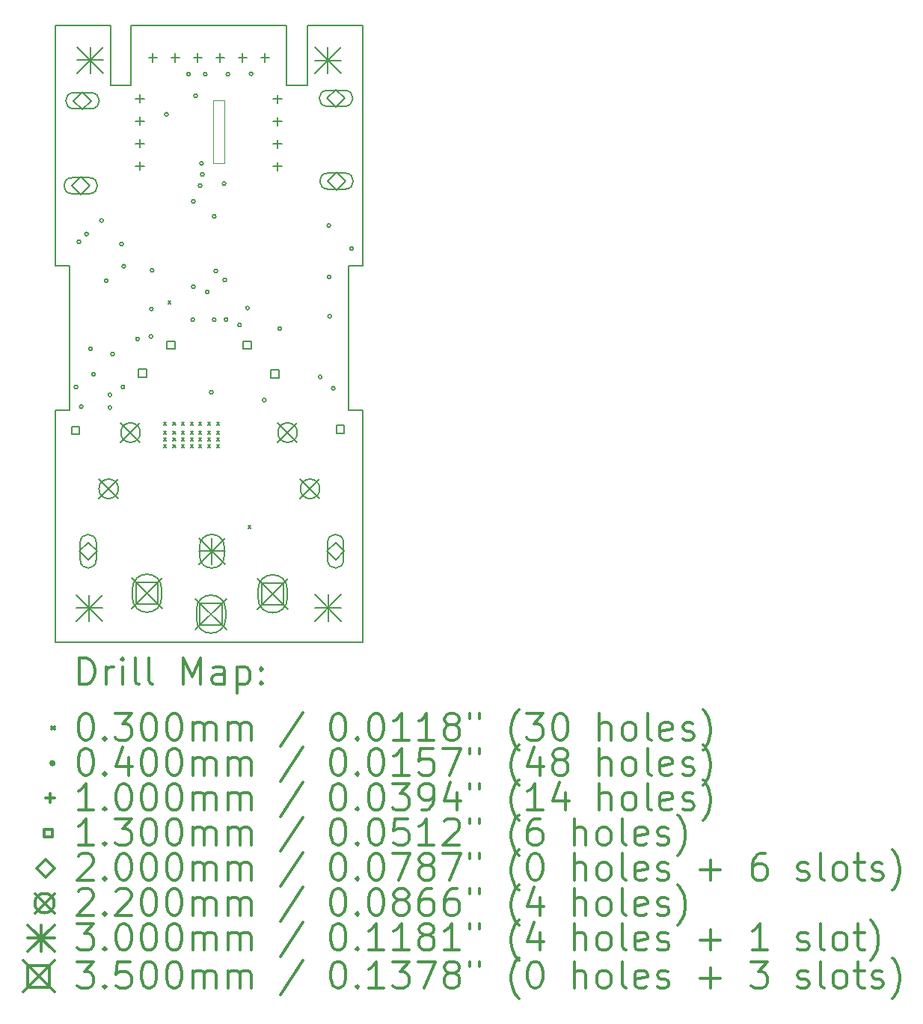
<source format=gbr>
%FSLAX45Y45*%
G04 Gerber Fmt 4.5, Leading zero omitted, Abs format (unit mm)*
G04 Created by KiCad (PCBNEW (5.1.10)-1) date 2021-10-24 00:59:11*
%MOMM*%
%LPD*%
G01*
G04 APERTURE LIST*
%TA.AperFunction,Profile*%
%ADD10C,0.100000*%
%TD*%
%TA.AperFunction,Profile*%
%ADD11C,0.200000*%
%TD*%
%ADD12C,0.200000*%
%ADD13C,0.300000*%
G04 APERTURE END LIST*
D10*
X14706600Y-6527800D02*
X14706600Y-7239000D01*
X14579600Y-6527800D02*
X14706600Y-6527800D01*
X14579600Y-7239000D02*
X14579600Y-6527800D01*
X14706600Y-7239000D02*
X14579600Y-7239000D01*
D11*
X13412400Y-5679440D02*
X13412400Y-6358640D01*
X12786360Y-8403640D02*
X12786360Y-5678640D01*
X12786360Y-5678640D02*
X13412400Y-5679440D01*
X13412400Y-6358640D02*
X13646400Y-6358640D01*
X15638780Y-5679440D02*
X16267400Y-5679440D01*
X15407640Y-5679440D02*
X15407640Y-6357620D01*
X15407640Y-6357620D02*
X15638780Y-6357620D01*
X15638780Y-6357620D02*
X15638780Y-5679440D01*
X12947400Y-10033680D02*
X12947400Y-8403640D01*
X12947400Y-8403640D02*
X12786360Y-8403640D01*
X13646400Y-5679440D02*
X15407640Y-5679440D01*
X12788900Y-10033680D02*
X12947400Y-10033680D01*
X13646400Y-6358640D02*
X13646400Y-5679440D01*
X16107400Y-10033680D02*
X16266160Y-10033680D01*
X16107400Y-8403640D02*
X16107400Y-10033680D01*
X16267400Y-12659360D02*
X12788900Y-12659360D01*
X12788900Y-12659360D02*
X12788900Y-10033680D01*
X16266160Y-8403640D02*
X16107400Y-8403640D01*
X16267400Y-5679440D02*
X16266160Y-8403640D01*
X16266160Y-10033680D02*
X16267400Y-12659360D01*
D12*
X14016200Y-10170400D02*
X14046200Y-10200400D01*
X14046200Y-10170400D02*
X14016200Y-10200400D01*
X14016200Y-10272000D02*
X14046200Y-10302000D01*
X14046200Y-10272000D02*
X14016200Y-10302000D01*
X14016200Y-10348200D02*
X14046200Y-10378200D01*
X14046200Y-10348200D02*
X14016200Y-10378200D01*
X14016200Y-10424400D02*
X14046200Y-10454400D01*
X14046200Y-10424400D02*
X14016200Y-10454400D01*
X14064000Y-8799000D02*
X14094000Y-8829000D01*
X14094000Y-8799000D02*
X14064000Y-8829000D01*
X14119200Y-10170400D02*
X14149200Y-10200400D01*
X14149200Y-10170400D02*
X14119200Y-10200400D01*
X14119200Y-10272000D02*
X14149200Y-10302000D01*
X14149200Y-10272000D02*
X14119200Y-10302000D01*
X14119200Y-10348200D02*
X14149200Y-10378200D01*
X14149200Y-10348200D02*
X14119200Y-10378200D01*
X14119200Y-10424400D02*
X14149200Y-10454400D01*
X14149200Y-10424400D02*
X14119200Y-10454400D01*
X14218200Y-10170400D02*
X14248200Y-10200400D01*
X14248200Y-10170400D02*
X14218200Y-10200400D01*
X14218200Y-10272000D02*
X14248200Y-10302000D01*
X14248200Y-10272000D02*
X14218200Y-10302000D01*
X14218200Y-10348200D02*
X14248200Y-10378200D01*
X14248200Y-10348200D02*
X14218200Y-10378200D01*
X14218200Y-10424400D02*
X14248200Y-10454400D01*
X14248200Y-10424400D02*
X14218200Y-10454400D01*
X14320200Y-10169400D02*
X14350200Y-10199400D01*
X14350200Y-10169400D02*
X14320200Y-10199400D01*
X14320200Y-10271000D02*
X14350200Y-10301000D01*
X14350200Y-10271000D02*
X14320200Y-10301000D01*
X14320200Y-10347200D02*
X14350200Y-10377200D01*
X14350200Y-10347200D02*
X14320200Y-10377200D01*
X14320200Y-10423400D02*
X14350200Y-10453400D01*
X14350200Y-10423400D02*
X14320200Y-10453400D01*
X14412200Y-10170400D02*
X14442200Y-10200400D01*
X14442200Y-10170400D02*
X14412200Y-10200400D01*
X14412200Y-10272000D02*
X14442200Y-10302000D01*
X14442200Y-10272000D02*
X14412200Y-10302000D01*
X14412200Y-10348200D02*
X14442200Y-10378200D01*
X14442200Y-10348200D02*
X14412200Y-10378200D01*
X14412200Y-10424400D02*
X14442200Y-10454400D01*
X14442200Y-10424400D02*
X14412200Y-10454400D01*
X14513800Y-10170400D02*
X14543800Y-10200400D01*
X14543800Y-10170400D02*
X14513800Y-10200400D01*
X14513800Y-10272000D02*
X14543800Y-10302000D01*
X14543800Y-10272000D02*
X14513800Y-10302000D01*
X14513800Y-10348200D02*
X14543800Y-10378200D01*
X14543800Y-10348200D02*
X14513800Y-10378200D01*
X14513800Y-10424400D02*
X14543800Y-10454400D01*
X14543800Y-10424400D02*
X14513800Y-10454400D01*
X14615400Y-10170400D02*
X14645400Y-10200400D01*
X14645400Y-10170400D02*
X14615400Y-10200400D01*
X14615400Y-10272000D02*
X14645400Y-10302000D01*
X14645400Y-10272000D02*
X14615400Y-10302000D01*
X14615400Y-10348200D02*
X14645400Y-10378200D01*
X14645400Y-10348200D02*
X14615400Y-10378200D01*
X14615400Y-10424400D02*
X14645400Y-10454400D01*
X14645400Y-10424400D02*
X14615400Y-10454400D01*
X14971000Y-11338800D02*
X15001000Y-11368800D01*
X15001000Y-11338800D02*
X14971000Y-11368800D01*
X13041000Y-9771000D02*
G75*
G03*
X13041000Y-9771000I-20000J0D01*
G01*
X13076000Y-8129000D02*
G75*
G03*
X13076000Y-8129000I-20000J0D01*
G01*
X13102000Y-9994000D02*
G75*
G03*
X13102000Y-9994000I-20000J0D01*
G01*
X13162000Y-8042000D02*
G75*
G03*
X13162000Y-8042000I-20000J0D01*
G01*
X13207000Y-9341000D02*
G75*
G03*
X13207000Y-9341000I-20000J0D01*
G01*
X13241000Y-9629000D02*
G75*
G03*
X13241000Y-9629000I-20000J0D01*
G01*
X13332000Y-7888000D02*
G75*
G03*
X13332000Y-7888000I-20000J0D01*
G01*
X13384000Y-8569000D02*
G75*
G03*
X13384000Y-8569000I-20000J0D01*
G01*
X13426720Y-9859280D02*
G75*
G03*
X13426720Y-9859280I-20000J0D01*
G01*
X13426880Y-10003280D02*
G75*
G03*
X13426880Y-10003280I-20000J0D01*
G01*
X13456600Y-9398000D02*
G75*
G03*
X13456600Y-9398000I-20000J0D01*
G01*
X13558200Y-8153400D02*
G75*
G03*
X13558200Y-8153400I-20000J0D01*
G01*
X13573440Y-9771380D02*
G75*
G03*
X13573440Y-9771380I-20000J0D01*
G01*
X13583000Y-8406000D02*
G75*
G03*
X13583000Y-8406000I-20000J0D01*
G01*
X13738540Y-9227820D02*
G75*
G03*
X13738540Y-9227820I-20000J0D01*
G01*
X13890940Y-9199880D02*
G75*
G03*
X13890940Y-9199880I-20000J0D01*
G01*
X13896000Y-8889000D02*
G75*
G03*
X13896000Y-8889000I-20000J0D01*
G01*
X13904000Y-8451000D02*
G75*
G03*
X13904000Y-8451000I-20000J0D01*
G01*
X14066000Y-6687000D02*
G75*
G03*
X14066000Y-6687000I-20000J0D01*
G01*
X14315120Y-6233160D02*
G75*
G03*
X14315120Y-6233160I-20000J0D01*
G01*
X14364000Y-9010000D02*
G75*
G03*
X14364000Y-9010000I-20000J0D01*
G01*
X14371000Y-7670800D02*
G75*
G03*
X14371000Y-7670800I-20000J0D01*
G01*
X14371000Y-8636000D02*
G75*
G03*
X14371000Y-8636000I-20000J0D01*
G01*
X14396400Y-6477000D02*
G75*
G03*
X14396400Y-6477000I-20000J0D01*
G01*
X14447200Y-7493000D02*
G75*
G03*
X14447200Y-7493000I-20000J0D01*
G01*
X14464000Y-7243000D02*
G75*
G03*
X14464000Y-7243000I-20000J0D01*
G01*
X14472600Y-7366000D02*
G75*
G03*
X14472600Y-7366000I-20000J0D01*
G01*
X14505620Y-6233160D02*
G75*
G03*
X14505620Y-6233160I-20000J0D01*
G01*
X14527000Y-8697000D02*
G75*
G03*
X14527000Y-8697000I-20000J0D01*
G01*
X14574200Y-9829800D02*
G75*
G03*
X14574200Y-9829800I-20000J0D01*
G01*
X14607000Y-7841200D02*
G75*
G03*
X14607000Y-7841200I-20000J0D01*
G01*
X14607000Y-9010000D02*
G75*
G03*
X14607000Y-9010000I-20000J0D01*
G01*
X14625000Y-8458200D02*
G75*
G03*
X14625000Y-8458200I-20000J0D01*
G01*
X14719000Y-7470000D02*
G75*
G03*
X14719000Y-7470000I-20000J0D01*
G01*
X14726600Y-8559800D02*
G75*
G03*
X14726600Y-8559800I-20000J0D01*
G01*
X14741920Y-9007920D02*
G75*
G03*
X14741920Y-9007920I-20000J0D01*
G01*
X14762160Y-6233160D02*
G75*
G03*
X14762160Y-6233160I-20000J0D01*
G01*
X14894000Y-9070000D02*
G75*
G03*
X14894000Y-9070000I-20000J0D01*
G01*
X14984000Y-8879000D02*
G75*
G03*
X14984000Y-8879000I-20000J0D01*
G01*
X15023780Y-6228080D02*
G75*
G03*
X15023780Y-6228080I-20000J0D01*
G01*
X15173640Y-9918700D02*
G75*
G03*
X15173640Y-9918700I-20000J0D01*
G01*
X15350500Y-9109500D02*
G75*
G03*
X15350500Y-9109500I-20000J0D01*
G01*
X15807000Y-9658000D02*
G75*
G03*
X15807000Y-9658000I-20000J0D01*
G01*
X15905000Y-7944000D02*
G75*
G03*
X15905000Y-7944000I-20000J0D01*
G01*
X15907000Y-8526000D02*
G75*
G03*
X15907000Y-8526000I-20000J0D01*
G01*
X15914000Y-8971000D02*
G75*
G03*
X15914000Y-8971000I-20000J0D01*
G01*
X15955000Y-9785000D02*
G75*
G03*
X15955000Y-9785000I-20000J0D01*
G01*
X16161700Y-8204200D02*
G75*
G03*
X16161700Y-8204200I-20000J0D01*
G01*
X13743940Y-6457480D02*
X13743940Y-6557480D01*
X13693940Y-6507480D02*
X13793940Y-6507480D01*
X13743940Y-6711480D02*
X13743940Y-6811480D01*
X13693940Y-6761480D02*
X13793940Y-6761480D01*
X13743940Y-6965480D02*
X13743940Y-7065480D01*
X13693940Y-7015480D02*
X13793940Y-7015480D01*
X13743940Y-7219480D02*
X13743940Y-7319480D01*
X13693940Y-7269480D02*
X13793940Y-7269480D01*
X13893800Y-5995200D02*
X13893800Y-6095200D01*
X13843800Y-6045200D02*
X13943800Y-6045200D01*
X14147800Y-5995200D02*
X14147800Y-6095200D01*
X14097800Y-6045200D02*
X14197800Y-6045200D01*
X14401800Y-5995200D02*
X14401800Y-6095200D01*
X14351800Y-6045200D02*
X14451800Y-6045200D01*
X14655800Y-5995200D02*
X14655800Y-6095200D01*
X14605800Y-6045200D02*
X14705800Y-6045200D01*
X14909800Y-5995200D02*
X14909800Y-6095200D01*
X14859800Y-6045200D02*
X14959800Y-6045200D01*
X15163800Y-5995200D02*
X15163800Y-6095200D01*
X15113800Y-6045200D02*
X15213800Y-6045200D01*
X15306040Y-6465100D02*
X15306040Y-6565100D01*
X15256040Y-6515100D02*
X15356040Y-6515100D01*
X15306040Y-6719100D02*
X15306040Y-6819100D01*
X15256040Y-6769100D02*
X15356040Y-6769100D01*
X15306040Y-6973100D02*
X15306040Y-7073100D01*
X15256040Y-7023100D02*
X15356040Y-7023100D01*
X15306040Y-7227100D02*
X15306040Y-7327100D01*
X15256040Y-7277100D02*
X15356040Y-7277100D01*
X13063462Y-10307562D02*
X13063462Y-10215638D01*
X12971538Y-10215638D01*
X12971538Y-10307562D01*
X13063462Y-10307562D01*
X13820962Y-9663962D02*
X13820962Y-9572038D01*
X13729038Y-9572038D01*
X13729038Y-9663962D01*
X13820962Y-9663962D01*
X14142962Y-9342362D02*
X14142962Y-9250438D01*
X14051038Y-9250438D01*
X14051038Y-9342362D01*
X14142962Y-9342362D01*
X15006562Y-9342362D02*
X15006562Y-9250438D01*
X14914638Y-9250438D01*
X14914638Y-9342362D01*
X15006562Y-9342362D01*
X15321962Y-9667962D02*
X15321962Y-9576038D01*
X15230038Y-9576038D01*
X15230038Y-9667962D01*
X15321962Y-9667962D01*
X16060662Y-10294862D02*
X16060662Y-10202938D01*
X15968738Y-10202938D01*
X15968738Y-10294862D01*
X16060662Y-10294862D01*
X13076000Y-7594000D02*
X13176000Y-7494000D01*
X13076000Y-7394000D01*
X12976000Y-7494000D01*
X13076000Y-7594000D01*
X12976000Y-7584000D02*
X13176000Y-7584000D01*
X12976000Y-7404000D02*
X13176000Y-7404000D01*
X13176000Y-7584000D02*
G75*
G03*
X13176000Y-7404000I0J90000D01*
G01*
X12976000Y-7404000D02*
G75*
G03*
X12976000Y-7584000I0J-90000D01*
G01*
X13096000Y-6633000D02*
X13196000Y-6533000D01*
X13096000Y-6433000D01*
X12996000Y-6533000D01*
X13096000Y-6633000D01*
X12996000Y-6623000D02*
X13196000Y-6623000D01*
X12996000Y-6443000D02*
X13196000Y-6443000D01*
X13196000Y-6623000D02*
G75*
G03*
X13196000Y-6443000I0J90000D01*
G01*
X12996000Y-6443000D02*
G75*
G03*
X12996000Y-6623000I0J-90000D01*
G01*
X13160700Y-11728780D02*
X13260700Y-11628780D01*
X13160700Y-11528780D01*
X13060700Y-11628780D01*
X13160700Y-11728780D01*
X13070700Y-11528780D02*
X13070700Y-11728780D01*
X13250700Y-11528780D02*
X13250700Y-11728780D01*
X13070700Y-11728780D02*
G75*
G03*
X13250700Y-11728780I90000J0D01*
G01*
X13250700Y-11528780D02*
G75*
G03*
X13070700Y-11528780I-90000J0D01*
G01*
X15960700Y-11728780D02*
X16060700Y-11628780D01*
X15960700Y-11528780D01*
X15860700Y-11628780D01*
X15960700Y-11728780D01*
X15870700Y-11528780D02*
X15870700Y-11728780D01*
X16050700Y-11528780D02*
X16050700Y-11728780D01*
X15870700Y-11728780D02*
G75*
G03*
X16050700Y-11728780I90000J0D01*
G01*
X16050700Y-11528780D02*
G75*
G03*
X15870700Y-11528780I-90000J0D01*
G01*
X15966000Y-6606000D02*
X16066000Y-6506000D01*
X15966000Y-6406000D01*
X15866000Y-6506000D01*
X15966000Y-6606000D01*
X15866000Y-6596000D02*
X16066000Y-6596000D01*
X15866000Y-6416000D02*
X16066000Y-6416000D01*
X16066000Y-6596000D02*
G75*
G03*
X16066000Y-6416000I0J90000D01*
G01*
X15866000Y-6416000D02*
G75*
G03*
X15866000Y-6596000I0J-90000D01*
G01*
X15972000Y-7542200D02*
X16072000Y-7442200D01*
X15972000Y-7342200D01*
X15872000Y-7442200D01*
X15972000Y-7542200D01*
X15872000Y-7532200D02*
X16072000Y-7532200D01*
X15872000Y-7352200D02*
X16072000Y-7352200D01*
X16072000Y-7532200D02*
G75*
G03*
X16072000Y-7352200I0J90000D01*
G01*
X15872000Y-7352200D02*
G75*
G03*
X15872000Y-7532200I0J-90000D01*
G01*
X13282000Y-10813000D02*
X13502000Y-11033000D01*
X13502000Y-10813000D02*
X13282000Y-11033000D01*
X13502000Y-10923000D02*
G75*
G03*
X13502000Y-10923000I-110000J0D01*
G01*
X13529800Y-10177000D02*
X13749800Y-10397000D01*
X13749800Y-10177000D02*
X13529800Y-10397000D01*
X13749800Y-10287000D02*
G75*
G03*
X13749800Y-10287000I-110000J0D01*
G01*
X15307800Y-10177000D02*
X15527800Y-10397000D01*
X15527800Y-10177000D02*
X15307800Y-10397000D01*
X15527800Y-10287000D02*
G75*
G03*
X15527800Y-10287000I-110000J0D01*
G01*
X15561800Y-10813000D02*
X15781800Y-11033000D01*
X15781800Y-10813000D02*
X15561800Y-11033000D01*
X15781800Y-10923000D02*
G75*
G03*
X15781800Y-10923000I-110000J0D01*
G01*
X13024000Y-12121000D02*
X13324000Y-12421000D01*
X13324000Y-12121000D02*
X13024000Y-12421000D01*
X13174000Y-12121000D02*
X13174000Y-12421000D01*
X13024000Y-12271000D02*
X13324000Y-12271000D01*
X13033000Y-5925000D02*
X13333000Y-6225000D01*
X13333000Y-5925000D02*
X13033000Y-6225000D01*
X13183000Y-5925000D02*
X13183000Y-6225000D01*
X13033000Y-6075000D02*
X13333000Y-6075000D01*
X14410700Y-11478780D02*
X14710700Y-11778780D01*
X14710700Y-11478780D02*
X14410700Y-11778780D01*
X14560700Y-11478780D02*
X14560700Y-11778780D01*
X14410700Y-11628780D02*
X14710700Y-11628780D01*
X14420700Y-11578780D02*
X14420700Y-11678780D01*
X14700700Y-11578780D02*
X14700700Y-11678780D01*
X14420700Y-11678780D02*
G75*
G03*
X14700700Y-11678780I140000J0D01*
G01*
X14700700Y-11578780D02*
G75*
G03*
X14420700Y-11578780I-140000J0D01*
G01*
X15725000Y-5926000D02*
X16025000Y-6226000D01*
X16025000Y-5926000D02*
X15725000Y-6226000D01*
X15875000Y-5926000D02*
X15875000Y-6226000D01*
X15725000Y-6076000D02*
X16025000Y-6076000D01*
X15727000Y-12120000D02*
X16027000Y-12420000D01*
X16027000Y-12120000D02*
X15727000Y-12420000D01*
X15877000Y-12120000D02*
X15877000Y-12420000D01*
X15727000Y-12270000D02*
X16027000Y-12270000D01*
X13651640Y-11928760D02*
X14001640Y-12278760D01*
X14001640Y-11928760D02*
X13651640Y-12278760D01*
X13950385Y-12227505D02*
X13950385Y-11980015D01*
X13702895Y-11980015D01*
X13702895Y-12227505D01*
X13950385Y-12227505D01*
X13661640Y-12053760D02*
X13661640Y-12153760D01*
X13991640Y-12053760D02*
X13991640Y-12153760D01*
X13661640Y-12153760D02*
G75*
G03*
X13991640Y-12153760I165000J0D01*
G01*
X13991640Y-12053760D02*
G75*
G03*
X13661640Y-12053760I-165000J0D01*
G01*
X14375540Y-12165310D02*
X14725540Y-12515310D01*
X14725540Y-12165310D02*
X14375540Y-12515310D01*
X14674285Y-12464055D02*
X14674285Y-12216565D01*
X14426795Y-12216565D01*
X14426795Y-12464055D01*
X14674285Y-12464055D01*
X14385540Y-12290310D02*
X14385540Y-12390310D01*
X14715540Y-12290310D02*
X14715540Y-12390310D01*
X14385540Y-12390310D02*
G75*
G03*
X14715540Y-12390310I165000J0D01*
G01*
X14715540Y-12290310D02*
G75*
G03*
X14385540Y-12290310I-165000J0D01*
G01*
X15074040Y-11935110D02*
X15424040Y-12285110D01*
X15424040Y-11935110D02*
X15074040Y-12285110D01*
X15372785Y-12233855D02*
X15372785Y-11986365D01*
X15125295Y-11986365D01*
X15125295Y-12233855D01*
X15372785Y-12233855D01*
X15084040Y-12060110D02*
X15084040Y-12160110D01*
X15414040Y-12060110D02*
X15414040Y-12160110D01*
X15084040Y-12160110D02*
G75*
G03*
X15414040Y-12160110I165000J0D01*
G01*
X15414040Y-12060110D02*
G75*
G03*
X15084040Y-12060110I-165000J0D01*
G01*
D13*
X13062788Y-13135074D02*
X13062788Y-12835074D01*
X13134217Y-12835074D01*
X13177074Y-12849360D01*
X13205646Y-12877931D01*
X13219931Y-12906503D01*
X13234217Y-12963646D01*
X13234217Y-13006503D01*
X13219931Y-13063646D01*
X13205646Y-13092217D01*
X13177074Y-13120789D01*
X13134217Y-13135074D01*
X13062788Y-13135074D01*
X13362788Y-13135074D02*
X13362788Y-12935074D01*
X13362788Y-12992217D02*
X13377074Y-12963646D01*
X13391360Y-12949360D01*
X13419931Y-12935074D01*
X13448503Y-12935074D01*
X13548503Y-13135074D02*
X13548503Y-12935074D01*
X13548503Y-12835074D02*
X13534217Y-12849360D01*
X13548503Y-12863646D01*
X13562788Y-12849360D01*
X13548503Y-12835074D01*
X13548503Y-12863646D01*
X13734217Y-13135074D02*
X13705646Y-13120789D01*
X13691360Y-13092217D01*
X13691360Y-12835074D01*
X13891360Y-13135074D02*
X13862788Y-13120789D01*
X13848503Y-13092217D01*
X13848503Y-12835074D01*
X14234217Y-13135074D02*
X14234217Y-12835074D01*
X14334217Y-13049360D01*
X14434217Y-12835074D01*
X14434217Y-13135074D01*
X14705646Y-13135074D02*
X14705646Y-12977931D01*
X14691360Y-12949360D01*
X14662788Y-12935074D01*
X14605646Y-12935074D01*
X14577074Y-12949360D01*
X14705646Y-13120789D02*
X14677074Y-13135074D01*
X14605646Y-13135074D01*
X14577074Y-13120789D01*
X14562788Y-13092217D01*
X14562788Y-13063646D01*
X14577074Y-13035074D01*
X14605646Y-13020789D01*
X14677074Y-13020789D01*
X14705646Y-13006503D01*
X14848503Y-12935074D02*
X14848503Y-13235074D01*
X14848503Y-12949360D02*
X14877074Y-12935074D01*
X14934217Y-12935074D01*
X14962788Y-12949360D01*
X14977074Y-12963646D01*
X14991360Y-12992217D01*
X14991360Y-13077931D01*
X14977074Y-13106503D01*
X14962788Y-13120789D01*
X14934217Y-13135074D01*
X14877074Y-13135074D01*
X14848503Y-13120789D01*
X15119931Y-13106503D02*
X15134217Y-13120789D01*
X15119931Y-13135074D01*
X15105646Y-13120789D01*
X15119931Y-13106503D01*
X15119931Y-13135074D01*
X15119931Y-12949360D02*
X15134217Y-12963646D01*
X15119931Y-12977931D01*
X15105646Y-12963646D01*
X15119931Y-12949360D01*
X15119931Y-12977931D01*
X12746360Y-13614360D02*
X12776360Y-13644360D01*
X12776360Y-13614360D02*
X12746360Y-13644360D01*
X13119931Y-13465074D02*
X13148503Y-13465074D01*
X13177074Y-13479360D01*
X13191360Y-13493646D01*
X13205646Y-13522217D01*
X13219931Y-13579360D01*
X13219931Y-13650789D01*
X13205646Y-13707931D01*
X13191360Y-13736503D01*
X13177074Y-13750789D01*
X13148503Y-13765074D01*
X13119931Y-13765074D01*
X13091360Y-13750789D01*
X13077074Y-13736503D01*
X13062788Y-13707931D01*
X13048503Y-13650789D01*
X13048503Y-13579360D01*
X13062788Y-13522217D01*
X13077074Y-13493646D01*
X13091360Y-13479360D01*
X13119931Y-13465074D01*
X13348503Y-13736503D02*
X13362788Y-13750789D01*
X13348503Y-13765074D01*
X13334217Y-13750789D01*
X13348503Y-13736503D01*
X13348503Y-13765074D01*
X13462788Y-13465074D02*
X13648503Y-13465074D01*
X13548503Y-13579360D01*
X13591360Y-13579360D01*
X13619931Y-13593646D01*
X13634217Y-13607931D01*
X13648503Y-13636503D01*
X13648503Y-13707931D01*
X13634217Y-13736503D01*
X13619931Y-13750789D01*
X13591360Y-13765074D01*
X13505646Y-13765074D01*
X13477074Y-13750789D01*
X13462788Y-13736503D01*
X13834217Y-13465074D02*
X13862788Y-13465074D01*
X13891360Y-13479360D01*
X13905646Y-13493646D01*
X13919931Y-13522217D01*
X13934217Y-13579360D01*
X13934217Y-13650789D01*
X13919931Y-13707931D01*
X13905646Y-13736503D01*
X13891360Y-13750789D01*
X13862788Y-13765074D01*
X13834217Y-13765074D01*
X13805646Y-13750789D01*
X13791360Y-13736503D01*
X13777074Y-13707931D01*
X13762788Y-13650789D01*
X13762788Y-13579360D01*
X13777074Y-13522217D01*
X13791360Y-13493646D01*
X13805646Y-13479360D01*
X13834217Y-13465074D01*
X14119931Y-13465074D02*
X14148503Y-13465074D01*
X14177074Y-13479360D01*
X14191360Y-13493646D01*
X14205646Y-13522217D01*
X14219931Y-13579360D01*
X14219931Y-13650789D01*
X14205646Y-13707931D01*
X14191360Y-13736503D01*
X14177074Y-13750789D01*
X14148503Y-13765074D01*
X14119931Y-13765074D01*
X14091360Y-13750789D01*
X14077074Y-13736503D01*
X14062788Y-13707931D01*
X14048503Y-13650789D01*
X14048503Y-13579360D01*
X14062788Y-13522217D01*
X14077074Y-13493646D01*
X14091360Y-13479360D01*
X14119931Y-13465074D01*
X14348503Y-13765074D02*
X14348503Y-13565074D01*
X14348503Y-13593646D02*
X14362788Y-13579360D01*
X14391360Y-13565074D01*
X14434217Y-13565074D01*
X14462788Y-13579360D01*
X14477074Y-13607931D01*
X14477074Y-13765074D01*
X14477074Y-13607931D02*
X14491360Y-13579360D01*
X14519931Y-13565074D01*
X14562788Y-13565074D01*
X14591360Y-13579360D01*
X14605646Y-13607931D01*
X14605646Y-13765074D01*
X14748503Y-13765074D02*
X14748503Y-13565074D01*
X14748503Y-13593646D02*
X14762788Y-13579360D01*
X14791360Y-13565074D01*
X14834217Y-13565074D01*
X14862788Y-13579360D01*
X14877074Y-13607931D01*
X14877074Y-13765074D01*
X14877074Y-13607931D02*
X14891360Y-13579360D01*
X14919931Y-13565074D01*
X14962788Y-13565074D01*
X14991360Y-13579360D01*
X15005646Y-13607931D01*
X15005646Y-13765074D01*
X15591360Y-13450789D02*
X15334217Y-13836503D01*
X15977074Y-13465074D02*
X16005646Y-13465074D01*
X16034217Y-13479360D01*
X16048503Y-13493646D01*
X16062788Y-13522217D01*
X16077074Y-13579360D01*
X16077074Y-13650789D01*
X16062788Y-13707931D01*
X16048503Y-13736503D01*
X16034217Y-13750789D01*
X16005646Y-13765074D01*
X15977074Y-13765074D01*
X15948503Y-13750789D01*
X15934217Y-13736503D01*
X15919931Y-13707931D01*
X15905646Y-13650789D01*
X15905646Y-13579360D01*
X15919931Y-13522217D01*
X15934217Y-13493646D01*
X15948503Y-13479360D01*
X15977074Y-13465074D01*
X16205646Y-13736503D02*
X16219931Y-13750789D01*
X16205646Y-13765074D01*
X16191360Y-13750789D01*
X16205646Y-13736503D01*
X16205646Y-13765074D01*
X16405646Y-13465074D02*
X16434217Y-13465074D01*
X16462788Y-13479360D01*
X16477074Y-13493646D01*
X16491360Y-13522217D01*
X16505646Y-13579360D01*
X16505646Y-13650789D01*
X16491360Y-13707931D01*
X16477074Y-13736503D01*
X16462788Y-13750789D01*
X16434217Y-13765074D01*
X16405646Y-13765074D01*
X16377074Y-13750789D01*
X16362788Y-13736503D01*
X16348503Y-13707931D01*
X16334217Y-13650789D01*
X16334217Y-13579360D01*
X16348503Y-13522217D01*
X16362788Y-13493646D01*
X16377074Y-13479360D01*
X16405646Y-13465074D01*
X16791360Y-13765074D02*
X16619931Y-13765074D01*
X16705646Y-13765074D02*
X16705646Y-13465074D01*
X16677074Y-13507931D01*
X16648503Y-13536503D01*
X16619931Y-13550789D01*
X17077074Y-13765074D02*
X16905646Y-13765074D01*
X16991360Y-13765074D02*
X16991360Y-13465074D01*
X16962788Y-13507931D01*
X16934217Y-13536503D01*
X16905646Y-13550789D01*
X17248503Y-13593646D02*
X17219931Y-13579360D01*
X17205646Y-13565074D01*
X17191360Y-13536503D01*
X17191360Y-13522217D01*
X17205646Y-13493646D01*
X17219931Y-13479360D01*
X17248503Y-13465074D01*
X17305646Y-13465074D01*
X17334217Y-13479360D01*
X17348503Y-13493646D01*
X17362788Y-13522217D01*
X17362788Y-13536503D01*
X17348503Y-13565074D01*
X17334217Y-13579360D01*
X17305646Y-13593646D01*
X17248503Y-13593646D01*
X17219931Y-13607931D01*
X17205646Y-13622217D01*
X17191360Y-13650789D01*
X17191360Y-13707931D01*
X17205646Y-13736503D01*
X17219931Y-13750789D01*
X17248503Y-13765074D01*
X17305646Y-13765074D01*
X17334217Y-13750789D01*
X17348503Y-13736503D01*
X17362788Y-13707931D01*
X17362788Y-13650789D01*
X17348503Y-13622217D01*
X17334217Y-13607931D01*
X17305646Y-13593646D01*
X17477074Y-13465074D02*
X17477074Y-13522217D01*
X17591360Y-13465074D02*
X17591360Y-13522217D01*
X18034217Y-13879360D02*
X18019931Y-13865074D01*
X17991360Y-13822217D01*
X17977074Y-13793646D01*
X17962788Y-13750789D01*
X17948503Y-13679360D01*
X17948503Y-13622217D01*
X17962788Y-13550789D01*
X17977074Y-13507931D01*
X17991360Y-13479360D01*
X18019931Y-13436503D01*
X18034217Y-13422217D01*
X18119931Y-13465074D02*
X18305646Y-13465074D01*
X18205646Y-13579360D01*
X18248503Y-13579360D01*
X18277074Y-13593646D01*
X18291360Y-13607931D01*
X18305646Y-13636503D01*
X18305646Y-13707931D01*
X18291360Y-13736503D01*
X18277074Y-13750789D01*
X18248503Y-13765074D01*
X18162788Y-13765074D01*
X18134217Y-13750789D01*
X18119931Y-13736503D01*
X18491360Y-13465074D02*
X18519931Y-13465074D01*
X18548503Y-13479360D01*
X18562788Y-13493646D01*
X18577074Y-13522217D01*
X18591360Y-13579360D01*
X18591360Y-13650789D01*
X18577074Y-13707931D01*
X18562788Y-13736503D01*
X18548503Y-13750789D01*
X18519931Y-13765074D01*
X18491360Y-13765074D01*
X18462788Y-13750789D01*
X18448503Y-13736503D01*
X18434217Y-13707931D01*
X18419931Y-13650789D01*
X18419931Y-13579360D01*
X18434217Y-13522217D01*
X18448503Y-13493646D01*
X18462788Y-13479360D01*
X18491360Y-13465074D01*
X18948503Y-13765074D02*
X18948503Y-13465074D01*
X19077074Y-13765074D02*
X19077074Y-13607931D01*
X19062788Y-13579360D01*
X19034217Y-13565074D01*
X18991360Y-13565074D01*
X18962788Y-13579360D01*
X18948503Y-13593646D01*
X19262788Y-13765074D02*
X19234217Y-13750789D01*
X19219931Y-13736503D01*
X19205646Y-13707931D01*
X19205646Y-13622217D01*
X19219931Y-13593646D01*
X19234217Y-13579360D01*
X19262788Y-13565074D01*
X19305646Y-13565074D01*
X19334217Y-13579360D01*
X19348503Y-13593646D01*
X19362788Y-13622217D01*
X19362788Y-13707931D01*
X19348503Y-13736503D01*
X19334217Y-13750789D01*
X19305646Y-13765074D01*
X19262788Y-13765074D01*
X19534217Y-13765074D02*
X19505646Y-13750789D01*
X19491360Y-13722217D01*
X19491360Y-13465074D01*
X19762788Y-13750789D02*
X19734217Y-13765074D01*
X19677074Y-13765074D01*
X19648503Y-13750789D01*
X19634217Y-13722217D01*
X19634217Y-13607931D01*
X19648503Y-13579360D01*
X19677074Y-13565074D01*
X19734217Y-13565074D01*
X19762788Y-13579360D01*
X19777074Y-13607931D01*
X19777074Y-13636503D01*
X19634217Y-13665074D01*
X19891360Y-13750789D02*
X19919931Y-13765074D01*
X19977074Y-13765074D01*
X20005646Y-13750789D01*
X20019931Y-13722217D01*
X20019931Y-13707931D01*
X20005646Y-13679360D01*
X19977074Y-13665074D01*
X19934217Y-13665074D01*
X19905646Y-13650789D01*
X19891360Y-13622217D01*
X19891360Y-13607931D01*
X19905646Y-13579360D01*
X19934217Y-13565074D01*
X19977074Y-13565074D01*
X20005646Y-13579360D01*
X20119931Y-13879360D02*
X20134217Y-13865074D01*
X20162788Y-13822217D01*
X20177074Y-13793646D01*
X20191360Y-13750789D01*
X20205646Y-13679360D01*
X20205646Y-13622217D01*
X20191360Y-13550789D01*
X20177074Y-13507931D01*
X20162788Y-13479360D01*
X20134217Y-13436503D01*
X20119931Y-13422217D01*
X12776360Y-14025360D02*
G75*
G03*
X12776360Y-14025360I-20000J0D01*
G01*
X13119931Y-13861074D02*
X13148503Y-13861074D01*
X13177074Y-13875360D01*
X13191360Y-13889646D01*
X13205646Y-13918217D01*
X13219931Y-13975360D01*
X13219931Y-14046789D01*
X13205646Y-14103931D01*
X13191360Y-14132503D01*
X13177074Y-14146789D01*
X13148503Y-14161074D01*
X13119931Y-14161074D01*
X13091360Y-14146789D01*
X13077074Y-14132503D01*
X13062788Y-14103931D01*
X13048503Y-14046789D01*
X13048503Y-13975360D01*
X13062788Y-13918217D01*
X13077074Y-13889646D01*
X13091360Y-13875360D01*
X13119931Y-13861074D01*
X13348503Y-14132503D02*
X13362788Y-14146789D01*
X13348503Y-14161074D01*
X13334217Y-14146789D01*
X13348503Y-14132503D01*
X13348503Y-14161074D01*
X13619931Y-13961074D02*
X13619931Y-14161074D01*
X13548503Y-13846789D02*
X13477074Y-14061074D01*
X13662788Y-14061074D01*
X13834217Y-13861074D02*
X13862788Y-13861074D01*
X13891360Y-13875360D01*
X13905646Y-13889646D01*
X13919931Y-13918217D01*
X13934217Y-13975360D01*
X13934217Y-14046789D01*
X13919931Y-14103931D01*
X13905646Y-14132503D01*
X13891360Y-14146789D01*
X13862788Y-14161074D01*
X13834217Y-14161074D01*
X13805646Y-14146789D01*
X13791360Y-14132503D01*
X13777074Y-14103931D01*
X13762788Y-14046789D01*
X13762788Y-13975360D01*
X13777074Y-13918217D01*
X13791360Y-13889646D01*
X13805646Y-13875360D01*
X13834217Y-13861074D01*
X14119931Y-13861074D02*
X14148503Y-13861074D01*
X14177074Y-13875360D01*
X14191360Y-13889646D01*
X14205646Y-13918217D01*
X14219931Y-13975360D01*
X14219931Y-14046789D01*
X14205646Y-14103931D01*
X14191360Y-14132503D01*
X14177074Y-14146789D01*
X14148503Y-14161074D01*
X14119931Y-14161074D01*
X14091360Y-14146789D01*
X14077074Y-14132503D01*
X14062788Y-14103931D01*
X14048503Y-14046789D01*
X14048503Y-13975360D01*
X14062788Y-13918217D01*
X14077074Y-13889646D01*
X14091360Y-13875360D01*
X14119931Y-13861074D01*
X14348503Y-14161074D02*
X14348503Y-13961074D01*
X14348503Y-13989646D02*
X14362788Y-13975360D01*
X14391360Y-13961074D01*
X14434217Y-13961074D01*
X14462788Y-13975360D01*
X14477074Y-14003931D01*
X14477074Y-14161074D01*
X14477074Y-14003931D02*
X14491360Y-13975360D01*
X14519931Y-13961074D01*
X14562788Y-13961074D01*
X14591360Y-13975360D01*
X14605646Y-14003931D01*
X14605646Y-14161074D01*
X14748503Y-14161074D02*
X14748503Y-13961074D01*
X14748503Y-13989646D02*
X14762788Y-13975360D01*
X14791360Y-13961074D01*
X14834217Y-13961074D01*
X14862788Y-13975360D01*
X14877074Y-14003931D01*
X14877074Y-14161074D01*
X14877074Y-14003931D02*
X14891360Y-13975360D01*
X14919931Y-13961074D01*
X14962788Y-13961074D01*
X14991360Y-13975360D01*
X15005646Y-14003931D01*
X15005646Y-14161074D01*
X15591360Y-13846789D02*
X15334217Y-14232503D01*
X15977074Y-13861074D02*
X16005646Y-13861074D01*
X16034217Y-13875360D01*
X16048503Y-13889646D01*
X16062788Y-13918217D01*
X16077074Y-13975360D01*
X16077074Y-14046789D01*
X16062788Y-14103931D01*
X16048503Y-14132503D01*
X16034217Y-14146789D01*
X16005646Y-14161074D01*
X15977074Y-14161074D01*
X15948503Y-14146789D01*
X15934217Y-14132503D01*
X15919931Y-14103931D01*
X15905646Y-14046789D01*
X15905646Y-13975360D01*
X15919931Y-13918217D01*
X15934217Y-13889646D01*
X15948503Y-13875360D01*
X15977074Y-13861074D01*
X16205646Y-14132503D02*
X16219931Y-14146789D01*
X16205646Y-14161074D01*
X16191360Y-14146789D01*
X16205646Y-14132503D01*
X16205646Y-14161074D01*
X16405646Y-13861074D02*
X16434217Y-13861074D01*
X16462788Y-13875360D01*
X16477074Y-13889646D01*
X16491360Y-13918217D01*
X16505646Y-13975360D01*
X16505646Y-14046789D01*
X16491360Y-14103931D01*
X16477074Y-14132503D01*
X16462788Y-14146789D01*
X16434217Y-14161074D01*
X16405646Y-14161074D01*
X16377074Y-14146789D01*
X16362788Y-14132503D01*
X16348503Y-14103931D01*
X16334217Y-14046789D01*
X16334217Y-13975360D01*
X16348503Y-13918217D01*
X16362788Y-13889646D01*
X16377074Y-13875360D01*
X16405646Y-13861074D01*
X16791360Y-14161074D02*
X16619931Y-14161074D01*
X16705646Y-14161074D02*
X16705646Y-13861074D01*
X16677074Y-13903931D01*
X16648503Y-13932503D01*
X16619931Y-13946789D01*
X17062788Y-13861074D02*
X16919931Y-13861074D01*
X16905646Y-14003931D01*
X16919931Y-13989646D01*
X16948503Y-13975360D01*
X17019931Y-13975360D01*
X17048503Y-13989646D01*
X17062788Y-14003931D01*
X17077074Y-14032503D01*
X17077074Y-14103931D01*
X17062788Y-14132503D01*
X17048503Y-14146789D01*
X17019931Y-14161074D01*
X16948503Y-14161074D01*
X16919931Y-14146789D01*
X16905646Y-14132503D01*
X17177074Y-13861074D02*
X17377074Y-13861074D01*
X17248503Y-14161074D01*
X17477074Y-13861074D02*
X17477074Y-13918217D01*
X17591360Y-13861074D02*
X17591360Y-13918217D01*
X18034217Y-14275360D02*
X18019931Y-14261074D01*
X17991360Y-14218217D01*
X17977074Y-14189646D01*
X17962788Y-14146789D01*
X17948503Y-14075360D01*
X17948503Y-14018217D01*
X17962788Y-13946789D01*
X17977074Y-13903931D01*
X17991360Y-13875360D01*
X18019931Y-13832503D01*
X18034217Y-13818217D01*
X18277074Y-13961074D02*
X18277074Y-14161074D01*
X18205646Y-13846789D02*
X18134217Y-14061074D01*
X18319931Y-14061074D01*
X18477074Y-13989646D02*
X18448503Y-13975360D01*
X18434217Y-13961074D01*
X18419931Y-13932503D01*
X18419931Y-13918217D01*
X18434217Y-13889646D01*
X18448503Y-13875360D01*
X18477074Y-13861074D01*
X18534217Y-13861074D01*
X18562788Y-13875360D01*
X18577074Y-13889646D01*
X18591360Y-13918217D01*
X18591360Y-13932503D01*
X18577074Y-13961074D01*
X18562788Y-13975360D01*
X18534217Y-13989646D01*
X18477074Y-13989646D01*
X18448503Y-14003931D01*
X18434217Y-14018217D01*
X18419931Y-14046789D01*
X18419931Y-14103931D01*
X18434217Y-14132503D01*
X18448503Y-14146789D01*
X18477074Y-14161074D01*
X18534217Y-14161074D01*
X18562788Y-14146789D01*
X18577074Y-14132503D01*
X18591360Y-14103931D01*
X18591360Y-14046789D01*
X18577074Y-14018217D01*
X18562788Y-14003931D01*
X18534217Y-13989646D01*
X18948503Y-14161074D02*
X18948503Y-13861074D01*
X19077074Y-14161074D02*
X19077074Y-14003931D01*
X19062788Y-13975360D01*
X19034217Y-13961074D01*
X18991360Y-13961074D01*
X18962788Y-13975360D01*
X18948503Y-13989646D01*
X19262788Y-14161074D02*
X19234217Y-14146789D01*
X19219931Y-14132503D01*
X19205646Y-14103931D01*
X19205646Y-14018217D01*
X19219931Y-13989646D01*
X19234217Y-13975360D01*
X19262788Y-13961074D01*
X19305646Y-13961074D01*
X19334217Y-13975360D01*
X19348503Y-13989646D01*
X19362788Y-14018217D01*
X19362788Y-14103931D01*
X19348503Y-14132503D01*
X19334217Y-14146789D01*
X19305646Y-14161074D01*
X19262788Y-14161074D01*
X19534217Y-14161074D02*
X19505646Y-14146789D01*
X19491360Y-14118217D01*
X19491360Y-13861074D01*
X19762788Y-14146789D02*
X19734217Y-14161074D01*
X19677074Y-14161074D01*
X19648503Y-14146789D01*
X19634217Y-14118217D01*
X19634217Y-14003931D01*
X19648503Y-13975360D01*
X19677074Y-13961074D01*
X19734217Y-13961074D01*
X19762788Y-13975360D01*
X19777074Y-14003931D01*
X19777074Y-14032503D01*
X19634217Y-14061074D01*
X19891360Y-14146789D02*
X19919931Y-14161074D01*
X19977074Y-14161074D01*
X20005646Y-14146789D01*
X20019931Y-14118217D01*
X20019931Y-14103931D01*
X20005646Y-14075360D01*
X19977074Y-14061074D01*
X19934217Y-14061074D01*
X19905646Y-14046789D01*
X19891360Y-14018217D01*
X19891360Y-14003931D01*
X19905646Y-13975360D01*
X19934217Y-13961074D01*
X19977074Y-13961074D01*
X20005646Y-13975360D01*
X20119931Y-14275360D02*
X20134217Y-14261074D01*
X20162788Y-14218217D01*
X20177074Y-14189646D01*
X20191360Y-14146789D01*
X20205646Y-14075360D01*
X20205646Y-14018217D01*
X20191360Y-13946789D01*
X20177074Y-13903931D01*
X20162788Y-13875360D01*
X20134217Y-13832503D01*
X20119931Y-13818217D01*
X12726360Y-14371360D02*
X12726360Y-14471360D01*
X12676360Y-14421360D02*
X12776360Y-14421360D01*
X13219931Y-14557074D02*
X13048503Y-14557074D01*
X13134217Y-14557074D02*
X13134217Y-14257074D01*
X13105646Y-14299931D01*
X13077074Y-14328503D01*
X13048503Y-14342789D01*
X13348503Y-14528503D02*
X13362788Y-14542789D01*
X13348503Y-14557074D01*
X13334217Y-14542789D01*
X13348503Y-14528503D01*
X13348503Y-14557074D01*
X13548503Y-14257074D02*
X13577074Y-14257074D01*
X13605646Y-14271360D01*
X13619931Y-14285646D01*
X13634217Y-14314217D01*
X13648503Y-14371360D01*
X13648503Y-14442789D01*
X13634217Y-14499931D01*
X13619931Y-14528503D01*
X13605646Y-14542789D01*
X13577074Y-14557074D01*
X13548503Y-14557074D01*
X13519931Y-14542789D01*
X13505646Y-14528503D01*
X13491360Y-14499931D01*
X13477074Y-14442789D01*
X13477074Y-14371360D01*
X13491360Y-14314217D01*
X13505646Y-14285646D01*
X13519931Y-14271360D01*
X13548503Y-14257074D01*
X13834217Y-14257074D02*
X13862788Y-14257074D01*
X13891360Y-14271360D01*
X13905646Y-14285646D01*
X13919931Y-14314217D01*
X13934217Y-14371360D01*
X13934217Y-14442789D01*
X13919931Y-14499931D01*
X13905646Y-14528503D01*
X13891360Y-14542789D01*
X13862788Y-14557074D01*
X13834217Y-14557074D01*
X13805646Y-14542789D01*
X13791360Y-14528503D01*
X13777074Y-14499931D01*
X13762788Y-14442789D01*
X13762788Y-14371360D01*
X13777074Y-14314217D01*
X13791360Y-14285646D01*
X13805646Y-14271360D01*
X13834217Y-14257074D01*
X14119931Y-14257074D02*
X14148503Y-14257074D01*
X14177074Y-14271360D01*
X14191360Y-14285646D01*
X14205646Y-14314217D01*
X14219931Y-14371360D01*
X14219931Y-14442789D01*
X14205646Y-14499931D01*
X14191360Y-14528503D01*
X14177074Y-14542789D01*
X14148503Y-14557074D01*
X14119931Y-14557074D01*
X14091360Y-14542789D01*
X14077074Y-14528503D01*
X14062788Y-14499931D01*
X14048503Y-14442789D01*
X14048503Y-14371360D01*
X14062788Y-14314217D01*
X14077074Y-14285646D01*
X14091360Y-14271360D01*
X14119931Y-14257074D01*
X14348503Y-14557074D02*
X14348503Y-14357074D01*
X14348503Y-14385646D02*
X14362788Y-14371360D01*
X14391360Y-14357074D01*
X14434217Y-14357074D01*
X14462788Y-14371360D01*
X14477074Y-14399931D01*
X14477074Y-14557074D01*
X14477074Y-14399931D02*
X14491360Y-14371360D01*
X14519931Y-14357074D01*
X14562788Y-14357074D01*
X14591360Y-14371360D01*
X14605646Y-14399931D01*
X14605646Y-14557074D01*
X14748503Y-14557074D02*
X14748503Y-14357074D01*
X14748503Y-14385646D02*
X14762788Y-14371360D01*
X14791360Y-14357074D01*
X14834217Y-14357074D01*
X14862788Y-14371360D01*
X14877074Y-14399931D01*
X14877074Y-14557074D01*
X14877074Y-14399931D02*
X14891360Y-14371360D01*
X14919931Y-14357074D01*
X14962788Y-14357074D01*
X14991360Y-14371360D01*
X15005646Y-14399931D01*
X15005646Y-14557074D01*
X15591360Y-14242789D02*
X15334217Y-14628503D01*
X15977074Y-14257074D02*
X16005646Y-14257074D01*
X16034217Y-14271360D01*
X16048503Y-14285646D01*
X16062788Y-14314217D01*
X16077074Y-14371360D01*
X16077074Y-14442789D01*
X16062788Y-14499931D01*
X16048503Y-14528503D01*
X16034217Y-14542789D01*
X16005646Y-14557074D01*
X15977074Y-14557074D01*
X15948503Y-14542789D01*
X15934217Y-14528503D01*
X15919931Y-14499931D01*
X15905646Y-14442789D01*
X15905646Y-14371360D01*
X15919931Y-14314217D01*
X15934217Y-14285646D01*
X15948503Y-14271360D01*
X15977074Y-14257074D01*
X16205646Y-14528503D02*
X16219931Y-14542789D01*
X16205646Y-14557074D01*
X16191360Y-14542789D01*
X16205646Y-14528503D01*
X16205646Y-14557074D01*
X16405646Y-14257074D02*
X16434217Y-14257074D01*
X16462788Y-14271360D01*
X16477074Y-14285646D01*
X16491360Y-14314217D01*
X16505646Y-14371360D01*
X16505646Y-14442789D01*
X16491360Y-14499931D01*
X16477074Y-14528503D01*
X16462788Y-14542789D01*
X16434217Y-14557074D01*
X16405646Y-14557074D01*
X16377074Y-14542789D01*
X16362788Y-14528503D01*
X16348503Y-14499931D01*
X16334217Y-14442789D01*
X16334217Y-14371360D01*
X16348503Y-14314217D01*
X16362788Y-14285646D01*
X16377074Y-14271360D01*
X16405646Y-14257074D01*
X16605646Y-14257074D02*
X16791360Y-14257074D01*
X16691360Y-14371360D01*
X16734217Y-14371360D01*
X16762788Y-14385646D01*
X16777074Y-14399931D01*
X16791360Y-14428503D01*
X16791360Y-14499931D01*
X16777074Y-14528503D01*
X16762788Y-14542789D01*
X16734217Y-14557074D01*
X16648503Y-14557074D01*
X16619931Y-14542789D01*
X16605646Y-14528503D01*
X16934217Y-14557074D02*
X16991360Y-14557074D01*
X17019931Y-14542789D01*
X17034217Y-14528503D01*
X17062788Y-14485646D01*
X17077074Y-14428503D01*
X17077074Y-14314217D01*
X17062788Y-14285646D01*
X17048503Y-14271360D01*
X17019931Y-14257074D01*
X16962788Y-14257074D01*
X16934217Y-14271360D01*
X16919931Y-14285646D01*
X16905646Y-14314217D01*
X16905646Y-14385646D01*
X16919931Y-14414217D01*
X16934217Y-14428503D01*
X16962788Y-14442789D01*
X17019931Y-14442789D01*
X17048503Y-14428503D01*
X17062788Y-14414217D01*
X17077074Y-14385646D01*
X17334217Y-14357074D02*
X17334217Y-14557074D01*
X17262788Y-14242789D02*
X17191360Y-14457074D01*
X17377074Y-14457074D01*
X17477074Y-14257074D02*
X17477074Y-14314217D01*
X17591360Y-14257074D02*
X17591360Y-14314217D01*
X18034217Y-14671360D02*
X18019931Y-14657074D01*
X17991360Y-14614217D01*
X17977074Y-14585646D01*
X17962788Y-14542789D01*
X17948503Y-14471360D01*
X17948503Y-14414217D01*
X17962788Y-14342789D01*
X17977074Y-14299931D01*
X17991360Y-14271360D01*
X18019931Y-14228503D01*
X18034217Y-14214217D01*
X18305646Y-14557074D02*
X18134217Y-14557074D01*
X18219931Y-14557074D02*
X18219931Y-14257074D01*
X18191360Y-14299931D01*
X18162788Y-14328503D01*
X18134217Y-14342789D01*
X18562788Y-14357074D02*
X18562788Y-14557074D01*
X18491360Y-14242789D02*
X18419931Y-14457074D01*
X18605646Y-14457074D01*
X18948503Y-14557074D02*
X18948503Y-14257074D01*
X19077074Y-14557074D02*
X19077074Y-14399931D01*
X19062788Y-14371360D01*
X19034217Y-14357074D01*
X18991360Y-14357074D01*
X18962788Y-14371360D01*
X18948503Y-14385646D01*
X19262788Y-14557074D02*
X19234217Y-14542789D01*
X19219931Y-14528503D01*
X19205646Y-14499931D01*
X19205646Y-14414217D01*
X19219931Y-14385646D01*
X19234217Y-14371360D01*
X19262788Y-14357074D01*
X19305646Y-14357074D01*
X19334217Y-14371360D01*
X19348503Y-14385646D01*
X19362788Y-14414217D01*
X19362788Y-14499931D01*
X19348503Y-14528503D01*
X19334217Y-14542789D01*
X19305646Y-14557074D01*
X19262788Y-14557074D01*
X19534217Y-14557074D02*
X19505646Y-14542789D01*
X19491360Y-14514217D01*
X19491360Y-14257074D01*
X19762788Y-14542789D02*
X19734217Y-14557074D01*
X19677074Y-14557074D01*
X19648503Y-14542789D01*
X19634217Y-14514217D01*
X19634217Y-14399931D01*
X19648503Y-14371360D01*
X19677074Y-14357074D01*
X19734217Y-14357074D01*
X19762788Y-14371360D01*
X19777074Y-14399931D01*
X19777074Y-14428503D01*
X19634217Y-14457074D01*
X19891360Y-14542789D02*
X19919931Y-14557074D01*
X19977074Y-14557074D01*
X20005646Y-14542789D01*
X20019931Y-14514217D01*
X20019931Y-14499931D01*
X20005646Y-14471360D01*
X19977074Y-14457074D01*
X19934217Y-14457074D01*
X19905646Y-14442789D01*
X19891360Y-14414217D01*
X19891360Y-14399931D01*
X19905646Y-14371360D01*
X19934217Y-14357074D01*
X19977074Y-14357074D01*
X20005646Y-14371360D01*
X20119931Y-14671360D02*
X20134217Y-14657074D01*
X20162788Y-14614217D01*
X20177074Y-14585646D01*
X20191360Y-14542789D01*
X20205646Y-14471360D01*
X20205646Y-14414217D01*
X20191360Y-14342789D01*
X20177074Y-14299931D01*
X20162788Y-14271360D01*
X20134217Y-14228503D01*
X20119931Y-14214217D01*
X12757322Y-14863322D02*
X12757322Y-14771398D01*
X12665397Y-14771398D01*
X12665397Y-14863322D01*
X12757322Y-14863322D01*
X13219931Y-14953074D02*
X13048503Y-14953074D01*
X13134217Y-14953074D02*
X13134217Y-14653074D01*
X13105646Y-14695931D01*
X13077074Y-14724503D01*
X13048503Y-14738789D01*
X13348503Y-14924503D02*
X13362788Y-14938789D01*
X13348503Y-14953074D01*
X13334217Y-14938789D01*
X13348503Y-14924503D01*
X13348503Y-14953074D01*
X13462788Y-14653074D02*
X13648503Y-14653074D01*
X13548503Y-14767360D01*
X13591360Y-14767360D01*
X13619931Y-14781646D01*
X13634217Y-14795931D01*
X13648503Y-14824503D01*
X13648503Y-14895931D01*
X13634217Y-14924503D01*
X13619931Y-14938789D01*
X13591360Y-14953074D01*
X13505646Y-14953074D01*
X13477074Y-14938789D01*
X13462788Y-14924503D01*
X13834217Y-14653074D02*
X13862788Y-14653074D01*
X13891360Y-14667360D01*
X13905646Y-14681646D01*
X13919931Y-14710217D01*
X13934217Y-14767360D01*
X13934217Y-14838789D01*
X13919931Y-14895931D01*
X13905646Y-14924503D01*
X13891360Y-14938789D01*
X13862788Y-14953074D01*
X13834217Y-14953074D01*
X13805646Y-14938789D01*
X13791360Y-14924503D01*
X13777074Y-14895931D01*
X13762788Y-14838789D01*
X13762788Y-14767360D01*
X13777074Y-14710217D01*
X13791360Y-14681646D01*
X13805646Y-14667360D01*
X13834217Y-14653074D01*
X14119931Y-14653074D02*
X14148503Y-14653074D01*
X14177074Y-14667360D01*
X14191360Y-14681646D01*
X14205646Y-14710217D01*
X14219931Y-14767360D01*
X14219931Y-14838789D01*
X14205646Y-14895931D01*
X14191360Y-14924503D01*
X14177074Y-14938789D01*
X14148503Y-14953074D01*
X14119931Y-14953074D01*
X14091360Y-14938789D01*
X14077074Y-14924503D01*
X14062788Y-14895931D01*
X14048503Y-14838789D01*
X14048503Y-14767360D01*
X14062788Y-14710217D01*
X14077074Y-14681646D01*
X14091360Y-14667360D01*
X14119931Y-14653074D01*
X14348503Y-14953074D02*
X14348503Y-14753074D01*
X14348503Y-14781646D02*
X14362788Y-14767360D01*
X14391360Y-14753074D01*
X14434217Y-14753074D01*
X14462788Y-14767360D01*
X14477074Y-14795931D01*
X14477074Y-14953074D01*
X14477074Y-14795931D02*
X14491360Y-14767360D01*
X14519931Y-14753074D01*
X14562788Y-14753074D01*
X14591360Y-14767360D01*
X14605646Y-14795931D01*
X14605646Y-14953074D01*
X14748503Y-14953074D02*
X14748503Y-14753074D01*
X14748503Y-14781646D02*
X14762788Y-14767360D01*
X14791360Y-14753074D01*
X14834217Y-14753074D01*
X14862788Y-14767360D01*
X14877074Y-14795931D01*
X14877074Y-14953074D01*
X14877074Y-14795931D02*
X14891360Y-14767360D01*
X14919931Y-14753074D01*
X14962788Y-14753074D01*
X14991360Y-14767360D01*
X15005646Y-14795931D01*
X15005646Y-14953074D01*
X15591360Y-14638789D02*
X15334217Y-15024503D01*
X15977074Y-14653074D02*
X16005646Y-14653074D01*
X16034217Y-14667360D01*
X16048503Y-14681646D01*
X16062788Y-14710217D01*
X16077074Y-14767360D01*
X16077074Y-14838789D01*
X16062788Y-14895931D01*
X16048503Y-14924503D01*
X16034217Y-14938789D01*
X16005646Y-14953074D01*
X15977074Y-14953074D01*
X15948503Y-14938789D01*
X15934217Y-14924503D01*
X15919931Y-14895931D01*
X15905646Y-14838789D01*
X15905646Y-14767360D01*
X15919931Y-14710217D01*
X15934217Y-14681646D01*
X15948503Y-14667360D01*
X15977074Y-14653074D01*
X16205646Y-14924503D02*
X16219931Y-14938789D01*
X16205646Y-14953074D01*
X16191360Y-14938789D01*
X16205646Y-14924503D01*
X16205646Y-14953074D01*
X16405646Y-14653074D02*
X16434217Y-14653074D01*
X16462788Y-14667360D01*
X16477074Y-14681646D01*
X16491360Y-14710217D01*
X16505646Y-14767360D01*
X16505646Y-14838789D01*
X16491360Y-14895931D01*
X16477074Y-14924503D01*
X16462788Y-14938789D01*
X16434217Y-14953074D01*
X16405646Y-14953074D01*
X16377074Y-14938789D01*
X16362788Y-14924503D01*
X16348503Y-14895931D01*
X16334217Y-14838789D01*
X16334217Y-14767360D01*
X16348503Y-14710217D01*
X16362788Y-14681646D01*
X16377074Y-14667360D01*
X16405646Y-14653074D01*
X16777074Y-14653074D02*
X16634217Y-14653074D01*
X16619931Y-14795931D01*
X16634217Y-14781646D01*
X16662788Y-14767360D01*
X16734217Y-14767360D01*
X16762788Y-14781646D01*
X16777074Y-14795931D01*
X16791360Y-14824503D01*
X16791360Y-14895931D01*
X16777074Y-14924503D01*
X16762788Y-14938789D01*
X16734217Y-14953074D01*
X16662788Y-14953074D01*
X16634217Y-14938789D01*
X16619931Y-14924503D01*
X17077074Y-14953074D02*
X16905646Y-14953074D01*
X16991360Y-14953074D02*
X16991360Y-14653074D01*
X16962788Y-14695931D01*
X16934217Y-14724503D01*
X16905646Y-14738789D01*
X17191360Y-14681646D02*
X17205646Y-14667360D01*
X17234217Y-14653074D01*
X17305646Y-14653074D01*
X17334217Y-14667360D01*
X17348503Y-14681646D01*
X17362788Y-14710217D01*
X17362788Y-14738789D01*
X17348503Y-14781646D01*
X17177074Y-14953074D01*
X17362788Y-14953074D01*
X17477074Y-14653074D02*
X17477074Y-14710217D01*
X17591360Y-14653074D02*
X17591360Y-14710217D01*
X18034217Y-15067360D02*
X18019931Y-15053074D01*
X17991360Y-15010217D01*
X17977074Y-14981646D01*
X17962788Y-14938789D01*
X17948503Y-14867360D01*
X17948503Y-14810217D01*
X17962788Y-14738789D01*
X17977074Y-14695931D01*
X17991360Y-14667360D01*
X18019931Y-14624503D01*
X18034217Y-14610217D01*
X18277074Y-14653074D02*
X18219931Y-14653074D01*
X18191360Y-14667360D01*
X18177074Y-14681646D01*
X18148503Y-14724503D01*
X18134217Y-14781646D01*
X18134217Y-14895931D01*
X18148503Y-14924503D01*
X18162788Y-14938789D01*
X18191360Y-14953074D01*
X18248503Y-14953074D01*
X18277074Y-14938789D01*
X18291360Y-14924503D01*
X18305646Y-14895931D01*
X18305646Y-14824503D01*
X18291360Y-14795931D01*
X18277074Y-14781646D01*
X18248503Y-14767360D01*
X18191360Y-14767360D01*
X18162788Y-14781646D01*
X18148503Y-14795931D01*
X18134217Y-14824503D01*
X18662788Y-14953074D02*
X18662788Y-14653074D01*
X18791360Y-14953074D02*
X18791360Y-14795931D01*
X18777074Y-14767360D01*
X18748503Y-14753074D01*
X18705646Y-14753074D01*
X18677074Y-14767360D01*
X18662788Y-14781646D01*
X18977074Y-14953074D02*
X18948503Y-14938789D01*
X18934217Y-14924503D01*
X18919931Y-14895931D01*
X18919931Y-14810217D01*
X18934217Y-14781646D01*
X18948503Y-14767360D01*
X18977074Y-14753074D01*
X19019931Y-14753074D01*
X19048503Y-14767360D01*
X19062788Y-14781646D01*
X19077074Y-14810217D01*
X19077074Y-14895931D01*
X19062788Y-14924503D01*
X19048503Y-14938789D01*
X19019931Y-14953074D01*
X18977074Y-14953074D01*
X19248503Y-14953074D02*
X19219931Y-14938789D01*
X19205646Y-14910217D01*
X19205646Y-14653074D01*
X19477074Y-14938789D02*
X19448503Y-14953074D01*
X19391360Y-14953074D01*
X19362788Y-14938789D01*
X19348503Y-14910217D01*
X19348503Y-14795931D01*
X19362788Y-14767360D01*
X19391360Y-14753074D01*
X19448503Y-14753074D01*
X19477074Y-14767360D01*
X19491360Y-14795931D01*
X19491360Y-14824503D01*
X19348503Y-14853074D01*
X19605646Y-14938789D02*
X19634217Y-14953074D01*
X19691360Y-14953074D01*
X19719931Y-14938789D01*
X19734217Y-14910217D01*
X19734217Y-14895931D01*
X19719931Y-14867360D01*
X19691360Y-14853074D01*
X19648503Y-14853074D01*
X19619931Y-14838789D01*
X19605646Y-14810217D01*
X19605646Y-14795931D01*
X19619931Y-14767360D01*
X19648503Y-14753074D01*
X19691360Y-14753074D01*
X19719931Y-14767360D01*
X19834217Y-15067360D02*
X19848503Y-15053074D01*
X19877074Y-15010217D01*
X19891360Y-14981646D01*
X19905646Y-14938789D01*
X19919931Y-14867360D01*
X19919931Y-14810217D01*
X19905646Y-14738789D01*
X19891360Y-14695931D01*
X19877074Y-14667360D01*
X19848503Y-14624503D01*
X19834217Y-14610217D01*
X12676360Y-15313360D02*
X12776360Y-15213360D01*
X12676360Y-15113360D01*
X12576360Y-15213360D01*
X12676360Y-15313360D01*
X13048503Y-15077646D02*
X13062788Y-15063360D01*
X13091360Y-15049074D01*
X13162788Y-15049074D01*
X13191360Y-15063360D01*
X13205646Y-15077646D01*
X13219931Y-15106217D01*
X13219931Y-15134789D01*
X13205646Y-15177646D01*
X13034217Y-15349074D01*
X13219931Y-15349074D01*
X13348503Y-15320503D02*
X13362788Y-15334789D01*
X13348503Y-15349074D01*
X13334217Y-15334789D01*
X13348503Y-15320503D01*
X13348503Y-15349074D01*
X13548503Y-15049074D02*
X13577074Y-15049074D01*
X13605646Y-15063360D01*
X13619931Y-15077646D01*
X13634217Y-15106217D01*
X13648503Y-15163360D01*
X13648503Y-15234789D01*
X13634217Y-15291931D01*
X13619931Y-15320503D01*
X13605646Y-15334789D01*
X13577074Y-15349074D01*
X13548503Y-15349074D01*
X13519931Y-15334789D01*
X13505646Y-15320503D01*
X13491360Y-15291931D01*
X13477074Y-15234789D01*
X13477074Y-15163360D01*
X13491360Y-15106217D01*
X13505646Y-15077646D01*
X13519931Y-15063360D01*
X13548503Y-15049074D01*
X13834217Y-15049074D02*
X13862788Y-15049074D01*
X13891360Y-15063360D01*
X13905646Y-15077646D01*
X13919931Y-15106217D01*
X13934217Y-15163360D01*
X13934217Y-15234789D01*
X13919931Y-15291931D01*
X13905646Y-15320503D01*
X13891360Y-15334789D01*
X13862788Y-15349074D01*
X13834217Y-15349074D01*
X13805646Y-15334789D01*
X13791360Y-15320503D01*
X13777074Y-15291931D01*
X13762788Y-15234789D01*
X13762788Y-15163360D01*
X13777074Y-15106217D01*
X13791360Y-15077646D01*
X13805646Y-15063360D01*
X13834217Y-15049074D01*
X14119931Y-15049074D02*
X14148503Y-15049074D01*
X14177074Y-15063360D01*
X14191360Y-15077646D01*
X14205646Y-15106217D01*
X14219931Y-15163360D01*
X14219931Y-15234789D01*
X14205646Y-15291931D01*
X14191360Y-15320503D01*
X14177074Y-15334789D01*
X14148503Y-15349074D01*
X14119931Y-15349074D01*
X14091360Y-15334789D01*
X14077074Y-15320503D01*
X14062788Y-15291931D01*
X14048503Y-15234789D01*
X14048503Y-15163360D01*
X14062788Y-15106217D01*
X14077074Y-15077646D01*
X14091360Y-15063360D01*
X14119931Y-15049074D01*
X14348503Y-15349074D02*
X14348503Y-15149074D01*
X14348503Y-15177646D02*
X14362788Y-15163360D01*
X14391360Y-15149074D01*
X14434217Y-15149074D01*
X14462788Y-15163360D01*
X14477074Y-15191931D01*
X14477074Y-15349074D01*
X14477074Y-15191931D02*
X14491360Y-15163360D01*
X14519931Y-15149074D01*
X14562788Y-15149074D01*
X14591360Y-15163360D01*
X14605646Y-15191931D01*
X14605646Y-15349074D01*
X14748503Y-15349074D02*
X14748503Y-15149074D01*
X14748503Y-15177646D02*
X14762788Y-15163360D01*
X14791360Y-15149074D01*
X14834217Y-15149074D01*
X14862788Y-15163360D01*
X14877074Y-15191931D01*
X14877074Y-15349074D01*
X14877074Y-15191931D02*
X14891360Y-15163360D01*
X14919931Y-15149074D01*
X14962788Y-15149074D01*
X14991360Y-15163360D01*
X15005646Y-15191931D01*
X15005646Y-15349074D01*
X15591360Y-15034789D02*
X15334217Y-15420503D01*
X15977074Y-15049074D02*
X16005646Y-15049074D01*
X16034217Y-15063360D01*
X16048503Y-15077646D01*
X16062788Y-15106217D01*
X16077074Y-15163360D01*
X16077074Y-15234789D01*
X16062788Y-15291931D01*
X16048503Y-15320503D01*
X16034217Y-15334789D01*
X16005646Y-15349074D01*
X15977074Y-15349074D01*
X15948503Y-15334789D01*
X15934217Y-15320503D01*
X15919931Y-15291931D01*
X15905646Y-15234789D01*
X15905646Y-15163360D01*
X15919931Y-15106217D01*
X15934217Y-15077646D01*
X15948503Y-15063360D01*
X15977074Y-15049074D01*
X16205646Y-15320503D02*
X16219931Y-15334789D01*
X16205646Y-15349074D01*
X16191360Y-15334789D01*
X16205646Y-15320503D01*
X16205646Y-15349074D01*
X16405646Y-15049074D02*
X16434217Y-15049074D01*
X16462788Y-15063360D01*
X16477074Y-15077646D01*
X16491360Y-15106217D01*
X16505646Y-15163360D01*
X16505646Y-15234789D01*
X16491360Y-15291931D01*
X16477074Y-15320503D01*
X16462788Y-15334789D01*
X16434217Y-15349074D01*
X16405646Y-15349074D01*
X16377074Y-15334789D01*
X16362788Y-15320503D01*
X16348503Y-15291931D01*
X16334217Y-15234789D01*
X16334217Y-15163360D01*
X16348503Y-15106217D01*
X16362788Y-15077646D01*
X16377074Y-15063360D01*
X16405646Y-15049074D01*
X16605646Y-15049074D02*
X16805646Y-15049074D01*
X16677074Y-15349074D01*
X16962788Y-15177646D02*
X16934217Y-15163360D01*
X16919931Y-15149074D01*
X16905646Y-15120503D01*
X16905646Y-15106217D01*
X16919931Y-15077646D01*
X16934217Y-15063360D01*
X16962788Y-15049074D01*
X17019931Y-15049074D01*
X17048503Y-15063360D01*
X17062788Y-15077646D01*
X17077074Y-15106217D01*
X17077074Y-15120503D01*
X17062788Y-15149074D01*
X17048503Y-15163360D01*
X17019931Y-15177646D01*
X16962788Y-15177646D01*
X16934217Y-15191931D01*
X16919931Y-15206217D01*
X16905646Y-15234789D01*
X16905646Y-15291931D01*
X16919931Y-15320503D01*
X16934217Y-15334789D01*
X16962788Y-15349074D01*
X17019931Y-15349074D01*
X17048503Y-15334789D01*
X17062788Y-15320503D01*
X17077074Y-15291931D01*
X17077074Y-15234789D01*
X17062788Y-15206217D01*
X17048503Y-15191931D01*
X17019931Y-15177646D01*
X17177074Y-15049074D02*
X17377074Y-15049074D01*
X17248503Y-15349074D01*
X17477074Y-15049074D02*
X17477074Y-15106217D01*
X17591360Y-15049074D02*
X17591360Y-15106217D01*
X18034217Y-15463360D02*
X18019931Y-15449074D01*
X17991360Y-15406217D01*
X17977074Y-15377646D01*
X17962788Y-15334789D01*
X17948503Y-15263360D01*
X17948503Y-15206217D01*
X17962788Y-15134789D01*
X17977074Y-15091931D01*
X17991360Y-15063360D01*
X18019931Y-15020503D01*
X18034217Y-15006217D01*
X18205646Y-15049074D02*
X18234217Y-15049074D01*
X18262788Y-15063360D01*
X18277074Y-15077646D01*
X18291360Y-15106217D01*
X18305646Y-15163360D01*
X18305646Y-15234789D01*
X18291360Y-15291931D01*
X18277074Y-15320503D01*
X18262788Y-15334789D01*
X18234217Y-15349074D01*
X18205646Y-15349074D01*
X18177074Y-15334789D01*
X18162788Y-15320503D01*
X18148503Y-15291931D01*
X18134217Y-15234789D01*
X18134217Y-15163360D01*
X18148503Y-15106217D01*
X18162788Y-15077646D01*
X18177074Y-15063360D01*
X18205646Y-15049074D01*
X18662788Y-15349074D02*
X18662788Y-15049074D01*
X18791360Y-15349074D02*
X18791360Y-15191931D01*
X18777074Y-15163360D01*
X18748503Y-15149074D01*
X18705646Y-15149074D01*
X18677074Y-15163360D01*
X18662788Y-15177646D01*
X18977074Y-15349074D02*
X18948503Y-15334789D01*
X18934217Y-15320503D01*
X18919931Y-15291931D01*
X18919931Y-15206217D01*
X18934217Y-15177646D01*
X18948503Y-15163360D01*
X18977074Y-15149074D01*
X19019931Y-15149074D01*
X19048503Y-15163360D01*
X19062788Y-15177646D01*
X19077074Y-15206217D01*
X19077074Y-15291931D01*
X19062788Y-15320503D01*
X19048503Y-15334789D01*
X19019931Y-15349074D01*
X18977074Y-15349074D01*
X19248503Y-15349074D02*
X19219931Y-15334789D01*
X19205646Y-15306217D01*
X19205646Y-15049074D01*
X19477074Y-15334789D02*
X19448503Y-15349074D01*
X19391360Y-15349074D01*
X19362788Y-15334789D01*
X19348503Y-15306217D01*
X19348503Y-15191931D01*
X19362788Y-15163360D01*
X19391360Y-15149074D01*
X19448503Y-15149074D01*
X19477074Y-15163360D01*
X19491360Y-15191931D01*
X19491360Y-15220503D01*
X19348503Y-15249074D01*
X19605646Y-15334789D02*
X19634217Y-15349074D01*
X19691360Y-15349074D01*
X19719931Y-15334789D01*
X19734217Y-15306217D01*
X19734217Y-15291931D01*
X19719931Y-15263360D01*
X19691360Y-15249074D01*
X19648503Y-15249074D01*
X19619931Y-15234789D01*
X19605646Y-15206217D01*
X19605646Y-15191931D01*
X19619931Y-15163360D01*
X19648503Y-15149074D01*
X19691360Y-15149074D01*
X19719931Y-15163360D01*
X20091360Y-15234789D02*
X20319931Y-15234789D01*
X20205646Y-15349074D02*
X20205646Y-15120503D01*
X20819931Y-15049074D02*
X20762788Y-15049074D01*
X20734217Y-15063360D01*
X20719931Y-15077646D01*
X20691360Y-15120503D01*
X20677074Y-15177646D01*
X20677074Y-15291931D01*
X20691360Y-15320503D01*
X20705646Y-15334789D01*
X20734217Y-15349074D01*
X20791360Y-15349074D01*
X20819931Y-15334789D01*
X20834217Y-15320503D01*
X20848503Y-15291931D01*
X20848503Y-15220503D01*
X20834217Y-15191931D01*
X20819931Y-15177646D01*
X20791360Y-15163360D01*
X20734217Y-15163360D01*
X20705646Y-15177646D01*
X20691360Y-15191931D01*
X20677074Y-15220503D01*
X21191360Y-15334789D02*
X21219931Y-15349074D01*
X21277074Y-15349074D01*
X21305646Y-15334789D01*
X21319931Y-15306217D01*
X21319931Y-15291931D01*
X21305646Y-15263360D01*
X21277074Y-15249074D01*
X21234217Y-15249074D01*
X21205646Y-15234789D01*
X21191360Y-15206217D01*
X21191360Y-15191931D01*
X21205646Y-15163360D01*
X21234217Y-15149074D01*
X21277074Y-15149074D01*
X21305646Y-15163360D01*
X21491360Y-15349074D02*
X21462788Y-15334789D01*
X21448503Y-15306217D01*
X21448503Y-15049074D01*
X21648503Y-15349074D02*
X21619931Y-15334789D01*
X21605646Y-15320503D01*
X21591360Y-15291931D01*
X21591360Y-15206217D01*
X21605646Y-15177646D01*
X21619931Y-15163360D01*
X21648503Y-15149074D01*
X21691360Y-15149074D01*
X21719931Y-15163360D01*
X21734217Y-15177646D01*
X21748503Y-15206217D01*
X21748503Y-15291931D01*
X21734217Y-15320503D01*
X21719931Y-15334789D01*
X21691360Y-15349074D01*
X21648503Y-15349074D01*
X21834217Y-15149074D02*
X21948503Y-15149074D01*
X21877074Y-15049074D02*
X21877074Y-15306217D01*
X21891360Y-15334789D01*
X21919931Y-15349074D01*
X21948503Y-15349074D01*
X22034217Y-15334789D02*
X22062788Y-15349074D01*
X22119931Y-15349074D01*
X22148503Y-15334789D01*
X22162788Y-15306217D01*
X22162788Y-15291931D01*
X22148503Y-15263360D01*
X22119931Y-15249074D01*
X22077074Y-15249074D01*
X22048503Y-15234789D01*
X22034217Y-15206217D01*
X22034217Y-15191931D01*
X22048503Y-15163360D01*
X22077074Y-15149074D01*
X22119931Y-15149074D01*
X22148503Y-15163360D01*
X22262788Y-15463360D02*
X22277074Y-15449074D01*
X22305646Y-15406217D01*
X22319931Y-15377646D01*
X22334217Y-15334789D01*
X22348503Y-15263360D01*
X22348503Y-15206217D01*
X22334217Y-15134789D01*
X22319931Y-15091931D01*
X22305646Y-15063360D01*
X22277074Y-15020503D01*
X22262788Y-15006217D01*
X12556360Y-15499360D02*
X12776360Y-15719360D01*
X12776360Y-15499360D02*
X12556360Y-15719360D01*
X12776360Y-15609360D02*
G75*
G03*
X12776360Y-15609360I-110000J0D01*
G01*
X13048503Y-15473646D02*
X13062788Y-15459360D01*
X13091360Y-15445074D01*
X13162788Y-15445074D01*
X13191360Y-15459360D01*
X13205646Y-15473646D01*
X13219931Y-15502217D01*
X13219931Y-15530789D01*
X13205646Y-15573646D01*
X13034217Y-15745074D01*
X13219931Y-15745074D01*
X13348503Y-15716503D02*
X13362788Y-15730789D01*
X13348503Y-15745074D01*
X13334217Y-15730789D01*
X13348503Y-15716503D01*
X13348503Y-15745074D01*
X13477074Y-15473646D02*
X13491360Y-15459360D01*
X13519931Y-15445074D01*
X13591360Y-15445074D01*
X13619931Y-15459360D01*
X13634217Y-15473646D01*
X13648503Y-15502217D01*
X13648503Y-15530789D01*
X13634217Y-15573646D01*
X13462788Y-15745074D01*
X13648503Y-15745074D01*
X13834217Y-15445074D02*
X13862788Y-15445074D01*
X13891360Y-15459360D01*
X13905646Y-15473646D01*
X13919931Y-15502217D01*
X13934217Y-15559360D01*
X13934217Y-15630789D01*
X13919931Y-15687931D01*
X13905646Y-15716503D01*
X13891360Y-15730789D01*
X13862788Y-15745074D01*
X13834217Y-15745074D01*
X13805646Y-15730789D01*
X13791360Y-15716503D01*
X13777074Y-15687931D01*
X13762788Y-15630789D01*
X13762788Y-15559360D01*
X13777074Y-15502217D01*
X13791360Y-15473646D01*
X13805646Y-15459360D01*
X13834217Y-15445074D01*
X14119931Y-15445074D02*
X14148503Y-15445074D01*
X14177074Y-15459360D01*
X14191360Y-15473646D01*
X14205646Y-15502217D01*
X14219931Y-15559360D01*
X14219931Y-15630789D01*
X14205646Y-15687931D01*
X14191360Y-15716503D01*
X14177074Y-15730789D01*
X14148503Y-15745074D01*
X14119931Y-15745074D01*
X14091360Y-15730789D01*
X14077074Y-15716503D01*
X14062788Y-15687931D01*
X14048503Y-15630789D01*
X14048503Y-15559360D01*
X14062788Y-15502217D01*
X14077074Y-15473646D01*
X14091360Y-15459360D01*
X14119931Y-15445074D01*
X14348503Y-15745074D02*
X14348503Y-15545074D01*
X14348503Y-15573646D02*
X14362788Y-15559360D01*
X14391360Y-15545074D01*
X14434217Y-15545074D01*
X14462788Y-15559360D01*
X14477074Y-15587931D01*
X14477074Y-15745074D01*
X14477074Y-15587931D02*
X14491360Y-15559360D01*
X14519931Y-15545074D01*
X14562788Y-15545074D01*
X14591360Y-15559360D01*
X14605646Y-15587931D01*
X14605646Y-15745074D01*
X14748503Y-15745074D02*
X14748503Y-15545074D01*
X14748503Y-15573646D02*
X14762788Y-15559360D01*
X14791360Y-15545074D01*
X14834217Y-15545074D01*
X14862788Y-15559360D01*
X14877074Y-15587931D01*
X14877074Y-15745074D01*
X14877074Y-15587931D02*
X14891360Y-15559360D01*
X14919931Y-15545074D01*
X14962788Y-15545074D01*
X14991360Y-15559360D01*
X15005646Y-15587931D01*
X15005646Y-15745074D01*
X15591360Y-15430789D02*
X15334217Y-15816503D01*
X15977074Y-15445074D02*
X16005646Y-15445074D01*
X16034217Y-15459360D01*
X16048503Y-15473646D01*
X16062788Y-15502217D01*
X16077074Y-15559360D01*
X16077074Y-15630789D01*
X16062788Y-15687931D01*
X16048503Y-15716503D01*
X16034217Y-15730789D01*
X16005646Y-15745074D01*
X15977074Y-15745074D01*
X15948503Y-15730789D01*
X15934217Y-15716503D01*
X15919931Y-15687931D01*
X15905646Y-15630789D01*
X15905646Y-15559360D01*
X15919931Y-15502217D01*
X15934217Y-15473646D01*
X15948503Y-15459360D01*
X15977074Y-15445074D01*
X16205646Y-15716503D02*
X16219931Y-15730789D01*
X16205646Y-15745074D01*
X16191360Y-15730789D01*
X16205646Y-15716503D01*
X16205646Y-15745074D01*
X16405646Y-15445074D02*
X16434217Y-15445074D01*
X16462788Y-15459360D01*
X16477074Y-15473646D01*
X16491360Y-15502217D01*
X16505646Y-15559360D01*
X16505646Y-15630789D01*
X16491360Y-15687931D01*
X16477074Y-15716503D01*
X16462788Y-15730789D01*
X16434217Y-15745074D01*
X16405646Y-15745074D01*
X16377074Y-15730789D01*
X16362788Y-15716503D01*
X16348503Y-15687931D01*
X16334217Y-15630789D01*
X16334217Y-15559360D01*
X16348503Y-15502217D01*
X16362788Y-15473646D01*
X16377074Y-15459360D01*
X16405646Y-15445074D01*
X16677074Y-15573646D02*
X16648503Y-15559360D01*
X16634217Y-15545074D01*
X16619931Y-15516503D01*
X16619931Y-15502217D01*
X16634217Y-15473646D01*
X16648503Y-15459360D01*
X16677074Y-15445074D01*
X16734217Y-15445074D01*
X16762788Y-15459360D01*
X16777074Y-15473646D01*
X16791360Y-15502217D01*
X16791360Y-15516503D01*
X16777074Y-15545074D01*
X16762788Y-15559360D01*
X16734217Y-15573646D01*
X16677074Y-15573646D01*
X16648503Y-15587931D01*
X16634217Y-15602217D01*
X16619931Y-15630789D01*
X16619931Y-15687931D01*
X16634217Y-15716503D01*
X16648503Y-15730789D01*
X16677074Y-15745074D01*
X16734217Y-15745074D01*
X16762788Y-15730789D01*
X16777074Y-15716503D01*
X16791360Y-15687931D01*
X16791360Y-15630789D01*
X16777074Y-15602217D01*
X16762788Y-15587931D01*
X16734217Y-15573646D01*
X17048503Y-15445074D02*
X16991360Y-15445074D01*
X16962788Y-15459360D01*
X16948503Y-15473646D01*
X16919931Y-15516503D01*
X16905646Y-15573646D01*
X16905646Y-15687931D01*
X16919931Y-15716503D01*
X16934217Y-15730789D01*
X16962788Y-15745074D01*
X17019931Y-15745074D01*
X17048503Y-15730789D01*
X17062788Y-15716503D01*
X17077074Y-15687931D01*
X17077074Y-15616503D01*
X17062788Y-15587931D01*
X17048503Y-15573646D01*
X17019931Y-15559360D01*
X16962788Y-15559360D01*
X16934217Y-15573646D01*
X16919931Y-15587931D01*
X16905646Y-15616503D01*
X17334217Y-15445074D02*
X17277074Y-15445074D01*
X17248503Y-15459360D01*
X17234217Y-15473646D01*
X17205646Y-15516503D01*
X17191360Y-15573646D01*
X17191360Y-15687931D01*
X17205646Y-15716503D01*
X17219931Y-15730789D01*
X17248503Y-15745074D01*
X17305646Y-15745074D01*
X17334217Y-15730789D01*
X17348503Y-15716503D01*
X17362788Y-15687931D01*
X17362788Y-15616503D01*
X17348503Y-15587931D01*
X17334217Y-15573646D01*
X17305646Y-15559360D01*
X17248503Y-15559360D01*
X17219931Y-15573646D01*
X17205646Y-15587931D01*
X17191360Y-15616503D01*
X17477074Y-15445074D02*
X17477074Y-15502217D01*
X17591360Y-15445074D02*
X17591360Y-15502217D01*
X18034217Y-15859360D02*
X18019931Y-15845074D01*
X17991360Y-15802217D01*
X17977074Y-15773646D01*
X17962788Y-15730789D01*
X17948503Y-15659360D01*
X17948503Y-15602217D01*
X17962788Y-15530789D01*
X17977074Y-15487931D01*
X17991360Y-15459360D01*
X18019931Y-15416503D01*
X18034217Y-15402217D01*
X18277074Y-15545074D02*
X18277074Y-15745074D01*
X18205646Y-15430789D02*
X18134217Y-15645074D01*
X18319931Y-15645074D01*
X18662788Y-15745074D02*
X18662788Y-15445074D01*
X18791360Y-15745074D02*
X18791360Y-15587931D01*
X18777074Y-15559360D01*
X18748503Y-15545074D01*
X18705646Y-15545074D01*
X18677074Y-15559360D01*
X18662788Y-15573646D01*
X18977074Y-15745074D02*
X18948503Y-15730789D01*
X18934217Y-15716503D01*
X18919931Y-15687931D01*
X18919931Y-15602217D01*
X18934217Y-15573646D01*
X18948503Y-15559360D01*
X18977074Y-15545074D01*
X19019931Y-15545074D01*
X19048503Y-15559360D01*
X19062788Y-15573646D01*
X19077074Y-15602217D01*
X19077074Y-15687931D01*
X19062788Y-15716503D01*
X19048503Y-15730789D01*
X19019931Y-15745074D01*
X18977074Y-15745074D01*
X19248503Y-15745074D02*
X19219931Y-15730789D01*
X19205646Y-15702217D01*
X19205646Y-15445074D01*
X19477074Y-15730789D02*
X19448503Y-15745074D01*
X19391360Y-15745074D01*
X19362788Y-15730789D01*
X19348503Y-15702217D01*
X19348503Y-15587931D01*
X19362788Y-15559360D01*
X19391360Y-15545074D01*
X19448503Y-15545074D01*
X19477074Y-15559360D01*
X19491360Y-15587931D01*
X19491360Y-15616503D01*
X19348503Y-15645074D01*
X19605646Y-15730789D02*
X19634217Y-15745074D01*
X19691360Y-15745074D01*
X19719931Y-15730789D01*
X19734217Y-15702217D01*
X19734217Y-15687931D01*
X19719931Y-15659360D01*
X19691360Y-15645074D01*
X19648503Y-15645074D01*
X19619931Y-15630789D01*
X19605646Y-15602217D01*
X19605646Y-15587931D01*
X19619931Y-15559360D01*
X19648503Y-15545074D01*
X19691360Y-15545074D01*
X19719931Y-15559360D01*
X19834217Y-15859360D02*
X19848503Y-15845074D01*
X19877074Y-15802217D01*
X19891360Y-15773646D01*
X19905646Y-15730789D01*
X19919931Y-15659360D01*
X19919931Y-15602217D01*
X19905646Y-15530789D01*
X19891360Y-15487931D01*
X19877074Y-15459360D01*
X19848503Y-15416503D01*
X19834217Y-15402217D01*
X12476360Y-15855360D02*
X12776360Y-16155360D01*
X12776360Y-15855360D02*
X12476360Y-16155360D01*
X12626360Y-15855360D02*
X12626360Y-16155360D01*
X12476360Y-16005360D02*
X12776360Y-16005360D01*
X13034217Y-15841074D02*
X13219931Y-15841074D01*
X13119931Y-15955360D01*
X13162788Y-15955360D01*
X13191360Y-15969646D01*
X13205646Y-15983931D01*
X13219931Y-16012503D01*
X13219931Y-16083931D01*
X13205646Y-16112503D01*
X13191360Y-16126789D01*
X13162788Y-16141074D01*
X13077074Y-16141074D01*
X13048503Y-16126789D01*
X13034217Y-16112503D01*
X13348503Y-16112503D02*
X13362788Y-16126789D01*
X13348503Y-16141074D01*
X13334217Y-16126789D01*
X13348503Y-16112503D01*
X13348503Y-16141074D01*
X13548503Y-15841074D02*
X13577074Y-15841074D01*
X13605646Y-15855360D01*
X13619931Y-15869646D01*
X13634217Y-15898217D01*
X13648503Y-15955360D01*
X13648503Y-16026789D01*
X13634217Y-16083931D01*
X13619931Y-16112503D01*
X13605646Y-16126789D01*
X13577074Y-16141074D01*
X13548503Y-16141074D01*
X13519931Y-16126789D01*
X13505646Y-16112503D01*
X13491360Y-16083931D01*
X13477074Y-16026789D01*
X13477074Y-15955360D01*
X13491360Y-15898217D01*
X13505646Y-15869646D01*
X13519931Y-15855360D01*
X13548503Y-15841074D01*
X13834217Y-15841074D02*
X13862788Y-15841074D01*
X13891360Y-15855360D01*
X13905646Y-15869646D01*
X13919931Y-15898217D01*
X13934217Y-15955360D01*
X13934217Y-16026789D01*
X13919931Y-16083931D01*
X13905646Y-16112503D01*
X13891360Y-16126789D01*
X13862788Y-16141074D01*
X13834217Y-16141074D01*
X13805646Y-16126789D01*
X13791360Y-16112503D01*
X13777074Y-16083931D01*
X13762788Y-16026789D01*
X13762788Y-15955360D01*
X13777074Y-15898217D01*
X13791360Y-15869646D01*
X13805646Y-15855360D01*
X13834217Y-15841074D01*
X14119931Y-15841074D02*
X14148503Y-15841074D01*
X14177074Y-15855360D01*
X14191360Y-15869646D01*
X14205646Y-15898217D01*
X14219931Y-15955360D01*
X14219931Y-16026789D01*
X14205646Y-16083931D01*
X14191360Y-16112503D01*
X14177074Y-16126789D01*
X14148503Y-16141074D01*
X14119931Y-16141074D01*
X14091360Y-16126789D01*
X14077074Y-16112503D01*
X14062788Y-16083931D01*
X14048503Y-16026789D01*
X14048503Y-15955360D01*
X14062788Y-15898217D01*
X14077074Y-15869646D01*
X14091360Y-15855360D01*
X14119931Y-15841074D01*
X14348503Y-16141074D02*
X14348503Y-15941074D01*
X14348503Y-15969646D02*
X14362788Y-15955360D01*
X14391360Y-15941074D01*
X14434217Y-15941074D01*
X14462788Y-15955360D01*
X14477074Y-15983931D01*
X14477074Y-16141074D01*
X14477074Y-15983931D02*
X14491360Y-15955360D01*
X14519931Y-15941074D01*
X14562788Y-15941074D01*
X14591360Y-15955360D01*
X14605646Y-15983931D01*
X14605646Y-16141074D01*
X14748503Y-16141074D02*
X14748503Y-15941074D01*
X14748503Y-15969646D02*
X14762788Y-15955360D01*
X14791360Y-15941074D01*
X14834217Y-15941074D01*
X14862788Y-15955360D01*
X14877074Y-15983931D01*
X14877074Y-16141074D01*
X14877074Y-15983931D02*
X14891360Y-15955360D01*
X14919931Y-15941074D01*
X14962788Y-15941074D01*
X14991360Y-15955360D01*
X15005646Y-15983931D01*
X15005646Y-16141074D01*
X15591360Y-15826789D02*
X15334217Y-16212503D01*
X15977074Y-15841074D02*
X16005646Y-15841074D01*
X16034217Y-15855360D01*
X16048503Y-15869646D01*
X16062788Y-15898217D01*
X16077074Y-15955360D01*
X16077074Y-16026789D01*
X16062788Y-16083931D01*
X16048503Y-16112503D01*
X16034217Y-16126789D01*
X16005646Y-16141074D01*
X15977074Y-16141074D01*
X15948503Y-16126789D01*
X15934217Y-16112503D01*
X15919931Y-16083931D01*
X15905646Y-16026789D01*
X15905646Y-15955360D01*
X15919931Y-15898217D01*
X15934217Y-15869646D01*
X15948503Y-15855360D01*
X15977074Y-15841074D01*
X16205646Y-16112503D02*
X16219931Y-16126789D01*
X16205646Y-16141074D01*
X16191360Y-16126789D01*
X16205646Y-16112503D01*
X16205646Y-16141074D01*
X16505646Y-16141074D02*
X16334217Y-16141074D01*
X16419931Y-16141074D02*
X16419931Y-15841074D01*
X16391360Y-15883931D01*
X16362788Y-15912503D01*
X16334217Y-15926789D01*
X16791360Y-16141074D02*
X16619931Y-16141074D01*
X16705646Y-16141074D02*
X16705646Y-15841074D01*
X16677074Y-15883931D01*
X16648503Y-15912503D01*
X16619931Y-15926789D01*
X16962788Y-15969646D02*
X16934217Y-15955360D01*
X16919931Y-15941074D01*
X16905646Y-15912503D01*
X16905646Y-15898217D01*
X16919931Y-15869646D01*
X16934217Y-15855360D01*
X16962788Y-15841074D01*
X17019931Y-15841074D01*
X17048503Y-15855360D01*
X17062788Y-15869646D01*
X17077074Y-15898217D01*
X17077074Y-15912503D01*
X17062788Y-15941074D01*
X17048503Y-15955360D01*
X17019931Y-15969646D01*
X16962788Y-15969646D01*
X16934217Y-15983931D01*
X16919931Y-15998217D01*
X16905646Y-16026789D01*
X16905646Y-16083931D01*
X16919931Y-16112503D01*
X16934217Y-16126789D01*
X16962788Y-16141074D01*
X17019931Y-16141074D01*
X17048503Y-16126789D01*
X17062788Y-16112503D01*
X17077074Y-16083931D01*
X17077074Y-16026789D01*
X17062788Y-15998217D01*
X17048503Y-15983931D01*
X17019931Y-15969646D01*
X17362788Y-16141074D02*
X17191360Y-16141074D01*
X17277074Y-16141074D02*
X17277074Y-15841074D01*
X17248503Y-15883931D01*
X17219931Y-15912503D01*
X17191360Y-15926789D01*
X17477074Y-15841074D02*
X17477074Y-15898217D01*
X17591360Y-15841074D02*
X17591360Y-15898217D01*
X18034217Y-16255360D02*
X18019931Y-16241074D01*
X17991360Y-16198217D01*
X17977074Y-16169646D01*
X17962788Y-16126789D01*
X17948503Y-16055360D01*
X17948503Y-15998217D01*
X17962788Y-15926789D01*
X17977074Y-15883931D01*
X17991360Y-15855360D01*
X18019931Y-15812503D01*
X18034217Y-15798217D01*
X18277074Y-15941074D02*
X18277074Y-16141074D01*
X18205646Y-15826789D02*
X18134217Y-16041074D01*
X18319931Y-16041074D01*
X18662788Y-16141074D02*
X18662788Y-15841074D01*
X18791360Y-16141074D02*
X18791360Y-15983931D01*
X18777074Y-15955360D01*
X18748503Y-15941074D01*
X18705646Y-15941074D01*
X18677074Y-15955360D01*
X18662788Y-15969646D01*
X18977074Y-16141074D02*
X18948503Y-16126789D01*
X18934217Y-16112503D01*
X18919931Y-16083931D01*
X18919931Y-15998217D01*
X18934217Y-15969646D01*
X18948503Y-15955360D01*
X18977074Y-15941074D01*
X19019931Y-15941074D01*
X19048503Y-15955360D01*
X19062788Y-15969646D01*
X19077074Y-15998217D01*
X19077074Y-16083931D01*
X19062788Y-16112503D01*
X19048503Y-16126789D01*
X19019931Y-16141074D01*
X18977074Y-16141074D01*
X19248503Y-16141074D02*
X19219931Y-16126789D01*
X19205646Y-16098217D01*
X19205646Y-15841074D01*
X19477074Y-16126789D02*
X19448503Y-16141074D01*
X19391360Y-16141074D01*
X19362788Y-16126789D01*
X19348503Y-16098217D01*
X19348503Y-15983931D01*
X19362788Y-15955360D01*
X19391360Y-15941074D01*
X19448503Y-15941074D01*
X19477074Y-15955360D01*
X19491360Y-15983931D01*
X19491360Y-16012503D01*
X19348503Y-16041074D01*
X19605646Y-16126789D02*
X19634217Y-16141074D01*
X19691360Y-16141074D01*
X19719931Y-16126789D01*
X19734217Y-16098217D01*
X19734217Y-16083931D01*
X19719931Y-16055360D01*
X19691360Y-16041074D01*
X19648503Y-16041074D01*
X19619931Y-16026789D01*
X19605646Y-15998217D01*
X19605646Y-15983931D01*
X19619931Y-15955360D01*
X19648503Y-15941074D01*
X19691360Y-15941074D01*
X19719931Y-15955360D01*
X20091360Y-16026789D02*
X20319931Y-16026789D01*
X20205646Y-16141074D02*
X20205646Y-15912503D01*
X20848503Y-16141074D02*
X20677074Y-16141074D01*
X20762788Y-16141074D02*
X20762788Y-15841074D01*
X20734217Y-15883931D01*
X20705646Y-15912503D01*
X20677074Y-15926789D01*
X21191360Y-16126789D02*
X21219931Y-16141074D01*
X21277074Y-16141074D01*
X21305646Y-16126789D01*
X21319931Y-16098217D01*
X21319931Y-16083931D01*
X21305646Y-16055360D01*
X21277074Y-16041074D01*
X21234217Y-16041074D01*
X21205646Y-16026789D01*
X21191360Y-15998217D01*
X21191360Y-15983931D01*
X21205646Y-15955360D01*
X21234217Y-15941074D01*
X21277074Y-15941074D01*
X21305646Y-15955360D01*
X21491360Y-16141074D02*
X21462788Y-16126789D01*
X21448503Y-16098217D01*
X21448503Y-15841074D01*
X21648503Y-16141074D02*
X21619931Y-16126789D01*
X21605646Y-16112503D01*
X21591360Y-16083931D01*
X21591360Y-15998217D01*
X21605646Y-15969646D01*
X21619931Y-15955360D01*
X21648503Y-15941074D01*
X21691360Y-15941074D01*
X21719931Y-15955360D01*
X21734217Y-15969646D01*
X21748503Y-15998217D01*
X21748503Y-16083931D01*
X21734217Y-16112503D01*
X21719931Y-16126789D01*
X21691360Y-16141074D01*
X21648503Y-16141074D01*
X21834217Y-15941074D02*
X21948503Y-15941074D01*
X21877074Y-15841074D02*
X21877074Y-16098217D01*
X21891360Y-16126789D01*
X21919931Y-16141074D01*
X21948503Y-16141074D01*
X22019931Y-16255360D02*
X22034217Y-16241074D01*
X22062788Y-16198217D01*
X22077074Y-16169646D01*
X22091360Y-16126789D01*
X22105646Y-16055360D01*
X22105646Y-15998217D01*
X22091360Y-15926789D01*
X22077074Y-15883931D01*
X22062788Y-15855360D01*
X22034217Y-15812503D01*
X22019931Y-15798217D01*
X12426360Y-16260360D02*
X12776360Y-16610360D01*
X12776360Y-16260360D02*
X12426360Y-16610360D01*
X12725105Y-16559105D02*
X12725105Y-16311615D01*
X12477615Y-16311615D01*
X12477615Y-16559105D01*
X12725105Y-16559105D01*
X13034217Y-16271074D02*
X13219931Y-16271074D01*
X13119931Y-16385360D01*
X13162788Y-16385360D01*
X13191360Y-16399646D01*
X13205646Y-16413931D01*
X13219931Y-16442503D01*
X13219931Y-16513931D01*
X13205646Y-16542503D01*
X13191360Y-16556789D01*
X13162788Y-16571074D01*
X13077074Y-16571074D01*
X13048503Y-16556789D01*
X13034217Y-16542503D01*
X13348503Y-16542503D02*
X13362788Y-16556789D01*
X13348503Y-16571074D01*
X13334217Y-16556789D01*
X13348503Y-16542503D01*
X13348503Y-16571074D01*
X13634217Y-16271074D02*
X13491360Y-16271074D01*
X13477074Y-16413931D01*
X13491360Y-16399646D01*
X13519931Y-16385360D01*
X13591360Y-16385360D01*
X13619931Y-16399646D01*
X13634217Y-16413931D01*
X13648503Y-16442503D01*
X13648503Y-16513931D01*
X13634217Y-16542503D01*
X13619931Y-16556789D01*
X13591360Y-16571074D01*
X13519931Y-16571074D01*
X13491360Y-16556789D01*
X13477074Y-16542503D01*
X13834217Y-16271074D02*
X13862788Y-16271074D01*
X13891360Y-16285360D01*
X13905646Y-16299646D01*
X13919931Y-16328217D01*
X13934217Y-16385360D01*
X13934217Y-16456789D01*
X13919931Y-16513931D01*
X13905646Y-16542503D01*
X13891360Y-16556789D01*
X13862788Y-16571074D01*
X13834217Y-16571074D01*
X13805646Y-16556789D01*
X13791360Y-16542503D01*
X13777074Y-16513931D01*
X13762788Y-16456789D01*
X13762788Y-16385360D01*
X13777074Y-16328217D01*
X13791360Y-16299646D01*
X13805646Y-16285360D01*
X13834217Y-16271074D01*
X14119931Y-16271074D02*
X14148503Y-16271074D01*
X14177074Y-16285360D01*
X14191360Y-16299646D01*
X14205646Y-16328217D01*
X14219931Y-16385360D01*
X14219931Y-16456789D01*
X14205646Y-16513931D01*
X14191360Y-16542503D01*
X14177074Y-16556789D01*
X14148503Y-16571074D01*
X14119931Y-16571074D01*
X14091360Y-16556789D01*
X14077074Y-16542503D01*
X14062788Y-16513931D01*
X14048503Y-16456789D01*
X14048503Y-16385360D01*
X14062788Y-16328217D01*
X14077074Y-16299646D01*
X14091360Y-16285360D01*
X14119931Y-16271074D01*
X14348503Y-16571074D02*
X14348503Y-16371074D01*
X14348503Y-16399646D02*
X14362788Y-16385360D01*
X14391360Y-16371074D01*
X14434217Y-16371074D01*
X14462788Y-16385360D01*
X14477074Y-16413931D01*
X14477074Y-16571074D01*
X14477074Y-16413931D02*
X14491360Y-16385360D01*
X14519931Y-16371074D01*
X14562788Y-16371074D01*
X14591360Y-16385360D01*
X14605646Y-16413931D01*
X14605646Y-16571074D01*
X14748503Y-16571074D02*
X14748503Y-16371074D01*
X14748503Y-16399646D02*
X14762788Y-16385360D01*
X14791360Y-16371074D01*
X14834217Y-16371074D01*
X14862788Y-16385360D01*
X14877074Y-16413931D01*
X14877074Y-16571074D01*
X14877074Y-16413931D02*
X14891360Y-16385360D01*
X14919931Y-16371074D01*
X14962788Y-16371074D01*
X14991360Y-16385360D01*
X15005646Y-16413931D01*
X15005646Y-16571074D01*
X15591360Y-16256789D02*
X15334217Y-16642503D01*
X15977074Y-16271074D02*
X16005646Y-16271074D01*
X16034217Y-16285360D01*
X16048503Y-16299646D01*
X16062788Y-16328217D01*
X16077074Y-16385360D01*
X16077074Y-16456789D01*
X16062788Y-16513931D01*
X16048503Y-16542503D01*
X16034217Y-16556789D01*
X16005646Y-16571074D01*
X15977074Y-16571074D01*
X15948503Y-16556789D01*
X15934217Y-16542503D01*
X15919931Y-16513931D01*
X15905646Y-16456789D01*
X15905646Y-16385360D01*
X15919931Y-16328217D01*
X15934217Y-16299646D01*
X15948503Y-16285360D01*
X15977074Y-16271074D01*
X16205646Y-16542503D02*
X16219931Y-16556789D01*
X16205646Y-16571074D01*
X16191360Y-16556789D01*
X16205646Y-16542503D01*
X16205646Y-16571074D01*
X16505646Y-16571074D02*
X16334217Y-16571074D01*
X16419931Y-16571074D02*
X16419931Y-16271074D01*
X16391360Y-16313931D01*
X16362788Y-16342503D01*
X16334217Y-16356789D01*
X16605646Y-16271074D02*
X16791360Y-16271074D01*
X16691360Y-16385360D01*
X16734217Y-16385360D01*
X16762788Y-16399646D01*
X16777074Y-16413931D01*
X16791360Y-16442503D01*
X16791360Y-16513931D01*
X16777074Y-16542503D01*
X16762788Y-16556789D01*
X16734217Y-16571074D01*
X16648503Y-16571074D01*
X16619931Y-16556789D01*
X16605646Y-16542503D01*
X16891360Y-16271074D02*
X17091360Y-16271074D01*
X16962788Y-16571074D01*
X17248503Y-16399646D02*
X17219931Y-16385360D01*
X17205646Y-16371074D01*
X17191360Y-16342503D01*
X17191360Y-16328217D01*
X17205646Y-16299646D01*
X17219931Y-16285360D01*
X17248503Y-16271074D01*
X17305646Y-16271074D01*
X17334217Y-16285360D01*
X17348503Y-16299646D01*
X17362788Y-16328217D01*
X17362788Y-16342503D01*
X17348503Y-16371074D01*
X17334217Y-16385360D01*
X17305646Y-16399646D01*
X17248503Y-16399646D01*
X17219931Y-16413931D01*
X17205646Y-16428217D01*
X17191360Y-16456789D01*
X17191360Y-16513931D01*
X17205646Y-16542503D01*
X17219931Y-16556789D01*
X17248503Y-16571074D01*
X17305646Y-16571074D01*
X17334217Y-16556789D01*
X17348503Y-16542503D01*
X17362788Y-16513931D01*
X17362788Y-16456789D01*
X17348503Y-16428217D01*
X17334217Y-16413931D01*
X17305646Y-16399646D01*
X17477074Y-16271074D02*
X17477074Y-16328217D01*
X17591360Y-16271074D02*
X17591360Y-16328217D01*
X18034217Y-16685360D02*
X18019931Y-16671074D01*
X17991360Y-16628217D01*
X17977074Y-16599646D01*
X17962788Y-16556789D01*
X17948503Y-16485360D01*
X17948503Y-16428217D01*
X17962788Y-16356789D01*
X17977074Y-16313931D01*
X17991360Y-16285360D01*
X18019931Y-16242503D01*
X18034217Y-16228217D01*
X18205646Y-16271074D02*
X18234217Y-16271074D01*
X18262788Y-16285360D01*
X18277074Y-16299646D01*
X18291360Y-16328217D01*
X18305646Y-16385360D01*
X18305646Y-16456789D01*
X18291360Y-16513931D01*
X18277074Y-16542503D01*
X18262788Y-16556789D01*
X18234217Y-16571074D01*
X18205646Y-16571074D01*
X18177074Y-16556789D01*
X18162788Y-16542503D01*
X18148503Y-16513931D01*
X18134217Y-16456789D01*
X18134217Y-16385360D01*
X18148503Y-16328217D01*
X18162788Y-16299646D01*
X18177074Y-16285360D01*
X18205646Y-16271074D01*
X18662788Y-16571074D02*
X18662788Y-16271074D01*
X18791360Y-16571074D02*
X18791360Y-16413931D01*
X18777074Y-16385360D01*
X18748503Y-16371074D01*
X18705646Y-16371074D01*
X18677074Y-16385360D01*
X18662788Y-16399646D01*
X18977074Y-16571074D02*
X18948503Y-16556789D01*
X18934217Y-16542503D01*
X18919931Y-16513931D01*
X18919931Y-16428217D01*
X18934217Y-16399646D01*
X18948503Y-16385360D01*
X18977074Y-16371074D01*
X19019931Y-16371074D01*
X19048503Y-16385360D01*
X19062788Y-16399646D01*
X19077074Y-16428217D01*
X19077074Y-16513931D01*
X19062788Y-16542503D01*
X19048503Y-16556789D01*
X19019931Y-16571074D01*
X18977074Y-16571074D01*
X19248503Y-16571074D02*
X19219931Y-16556789D01*
X19205646Y-16528217D01*
X19205646Y-16271074D01*
X19477074Y-16556789D02*
X19448503Y-16571074D01*
X19391360Y-16571074D01*
X19362788Y-16556789D01*
X19348503Y-16528217D01*
X19348503Y-16413931D01*
X19362788Y-16385360D01*
X19391360Y-16371074D01*
X19448503Y-16371074D01*
X19477074Y-16385360D01*
X19491360Y-16413931D01*
X19491360Y-16442503D01*
X19348503Y-16471074D01*
X19605646Y-16556789D02*
X19634217Y-16571074D01*
X19691360Y-16571074D01*
X19719931Y-16556789D01*
X19734217Y-16528217D01*
X19734217Y-16513931D01*
X19719931Y-16485360D01*
X19691360Y-16471074D01*
X19648503Y-16471074D01*
X19619931Y-16456789D01*
X19605646Y-16428217D01*
X19605646Y-16413931D01*
X19619931Y-16385360D01*
X19648503Y-16371074D01*
X19691360Y-16371074D01*
X19719931Y-16385360D01*
X20091360Y-16456789D02*
X20319931Y-16456789D01*
X20205646Y-16571074D02*
X20205646Y-16342503D01*
X20662788Y-16271074D02*
X20848503Y-16271074D01*
X20748503Y-16385360D01*
X20791360Y-16385360D01*
X20819931Y-16399646D01*
X20834217Y-16413931D01*
X20848503Y-16442503D01*
X20848503Y-16513931D01*
X20834217Y-16542503D01*
X20819931Y-16556789D01*
X20791360Y-16571074D01*
X20705646Y-16571074D01*
X20677074Y-16556789D01*
X20662788Y-16542503D01*
X21191360Y-16556789D02*
X21219931Y-16571074D01*
X21277074Y-16571074D01*
X21305646Y-16556789D01*
X21319931Y-16528217D01*
X21319931Y-16513931D01*
X21305646Y-16485360D01*
X21277074Y-16471074D01*
X21234217Y-16471074D01*
X21205646Y-16456789D01*
X21191360Y-16428217D01*
X21191360Y-16413931D01*
X21205646Y-16385360D01*
X21234217Y-16371074D01*
X21277074Y-16371074D01*
X21305646Y-16385360D01*
X21491360Y-16571074D02*
X21462788Y-16556789D01*
X21448503Y-16528217D01*
X21448503Y-16271074D01*
X21648503Y-16571074D02*
X21619931Y-16556789D01*
X21605646Y-16542503D01*
X21591360Y-16513931D01*
X21591360Y-16428217D01*
X21605646Y-16399646D01*
X21619931Y-16385360D01*
X21648503Y-16371074D01*
X21691360Y-16371074D01*
X21719931Y-16385360D01*
X21734217Y-16399646D01*
X21748503Y-16428217D01*
X21748503Y-16513931D01*
X21734217Y-16542503D01*
X21719931Y-16556789D01*
X21691360Y-16571074D01*
X21648503Y-16571074D01*
X21834217Y-16371074D02*
X21948503Y-16371074D01*
X21877074Y-16271074D02*
X21877074Y-16528217D01*
X21891360Y-16556789D01*
X21919931Y-16571074D01*
X21948503Y-16571074D01*
X22034217Y-16556789D02*
X22062788Y-16571074D01*
X22119931Y-16571074D01*
X22148503Y-16556789D01*
X22162788Y-16528217D01*
X22162788Y-16513931D01*
X22148503Y-16485360D01*
X22119931Y-16471074D01*
X22077074Y-16471074D01*
X22048503Y-16456789D01*
X22034217Y-16428217D01*
X22034217Y-16413931D01*
X22048503Y-16385360D01*
X22077074Y-16371074D01*
X22119931Y-16371074D01*
X22148503Y-16385360D01*
X22262788Y-16685360D02*
X22277074Y-16671074D01*
X22305646Y-16628217D01*
X22319931Y-16599646D01*
X22334217Y-16556789D01*
X22348503Y-16485360D01*
X22348503Y-16428217D01*
X22334217Y-16356789D01*
X22319931Y-16313931D01*
X22305646Y-16285360D01*
X22277074Y-16242503D01*
X22262788Y-16228217D01*
M02*

</source>
